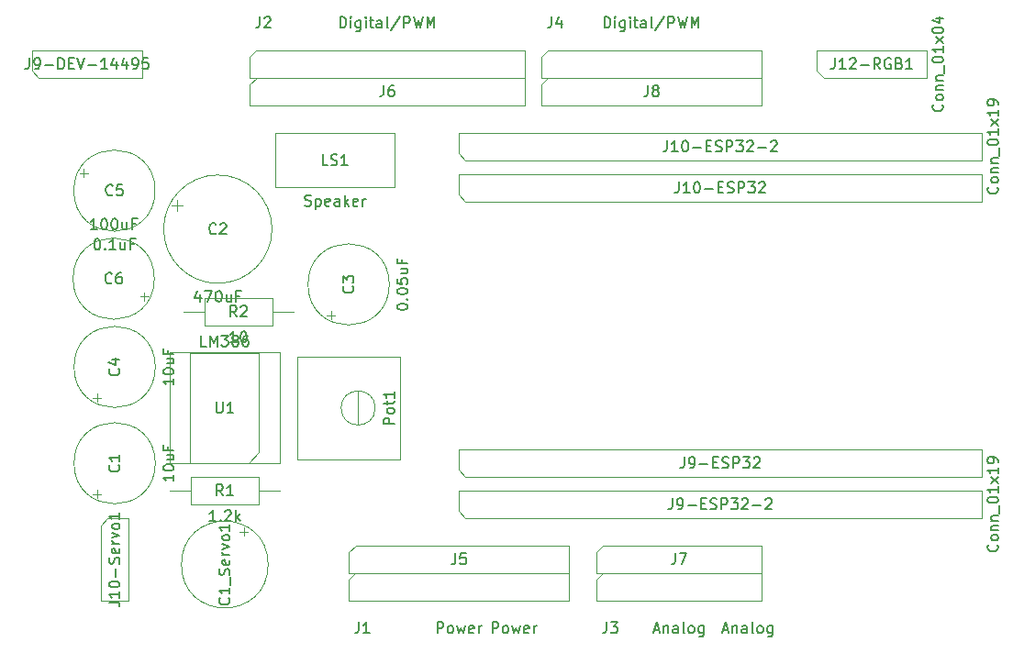
<source format=gbr>
%TF.GenerationSoftware,KiCad,Pcbnew,8.0.8*%
%TF.CreationDate,2025-03-25T01:40:29-04:00*%
%TF.ProjectId,SmartValvePCBv2,536d6172-7456-4616-9c76-655043427632,rev?*%
%TF.SameCoordinates,Original*%
%TF.FileFunction,AssemblyDrawing,Top*%
%FSLAX46Y46*%
G04 Gerber Fmt 4.6, Leading zero omitted, Abs format (unit mm)*
G04 Created by KiCad (PCBNEW 8.0.8) date 2025-03-25 01:40:29*
%MOMM*%
%LPD*%
G01*
G04 APERTURE LIST*
%ADD10C,0.150000*%
%ADD11C,0.100000*%
G04 APERTURE END LIST*
D10*
X134853809Y-101724819D02*
X134853809Y-100724819D01*
X134853809Y-100724819D02*
X135234761Y-100724819D01*
X135234761Y-100724819D02*
X135329999Y-100772438D01*
X135329999Y-100772438D02*
X135377618Y-100820057D01*
X135377618Y-100820057D02*
X135425237Y-100915295D01*
X135425237Y-100915295D02*
X135425237Y-101058152D01*
X135425237Y-101058152D02*
X135377618Y-101153390D01*
X135377618Y-101153390D02*
X135329999Y-101201009D01*
X135329999Y-101201009D02*
X135234761Y-101248628D01*
X135234761Y-101248628D02*
X134853809Y-101248628D01*
X135996666Y-101724819D02*
X135901428Y-101677200D01*
X135901428Y-101677200D02*
X135853809Y-101629580D01*
X135853809Y-101629580D02*
X135806190Y-101534342D01*
X135806190Y-101534342D02*
X135806190Y-101248628D01*
X135806190Y-101248628D02*
X135853809Y-101153390D01*
X135853809Y-101153390D02*
X135901428Y-101105771D01*
X135901428Y-101105771D02*
X135996666Y-101058152D01*
X135996666Y-101058152D02*
X136139523Y-101058152D01*
X136139523Y-101058152D02*
X136234761Y-101105771D01*
X136234761Y-101105771D02*
X136282380Y-101153390D01*
X136282380Y-101153390D02*
X136329999Y-101248628D01*
X136329999Y-101248628D02*
X136329999Y-101534342D01*
X136329999Y-101534342D02*
X136282380Y-101629580D01*
X136282380Y-101629580D02*
X136234761Y-101677200D01*
X136234761Y-101677200D02*
X136139523Y-101724819D01*
X136139523Y-101724819D02*
X135996666Y-101724819D01*
X136663333Y-101058152D02*
X136853809Y-101724819D01*
X136853809Y-101724819D02*
X137044285Y-101248628D01*
X137044285Y-101248628D02*
X137234761Y-101724819D01*
X137234761Y-101724819D02*
X137425237Y-101058152D01*
X138187142Y-101677200D02*
X138091904Y-101724819D01*
X138091904Y-101724819D02*
X137901428Y-101724819D01*
X137901428Y-101724819D02*
X137806190Y-101677200D01*
X137806190Y-101677200D02*
X137758571Y-101581961D01*
X137758571Y-101581961D02*
X137758571Y-101201009D01*
X137758571Y-101201009D02*
X137806190Y-101105771D01*
X137806190Y-101105771D02*
X137901428Y-101058152D01*
X137901428Y-101058152D02*
X138091904Y-101058152D01*
X138091904Y-101058152D02*
X138187142Y-101105771D01*
X138187142Y-101105771D02*
X138234761Y-101201009D01*
X138234761Y-101201009D02*
X138234761Y-101296247D01*
X138234761Y-101296247D02*
X137758571Y-101391485D01*
X138663333Y-101724819D02*
X138663333Y-101058152D01*
X138663333Y-101248628D02*
X138710952Y-101153390D01*
X138710952Y-101153390D02*
X138758571Y-101105771D01*
X138758571Y-101105771D02*
X138853809Y-101058152D01*
X138853809Y-101058152D02*
X138949047Y-101058152D01*
X127606666Y-100724819D02*
X127606666Y-101439104D01*
X127606666Y-101439104D02*
X127559047Y-101581961D01*
X127559047Y-101581961D02*
X127463809Y-101677200D01*
X127463809Y-101677200D02*
X127320952Y-101724819D01*
X127320952Y-101724819D02*
X127225714Y-101724819D01*
X128606666Y-101724819D02*
X128035238Y-101724819D01*
X128320952Y-101724819D02*
X128320952Y-100724819D01*
X128320952Y-100724819D02*
X128225714Y-100867676D01*
X128225714Y-100867676D02*
X128130476Y-100962914D01*
X128130476Y-100962914D02*
X128035238Y-101010533D01*
X154840476Y-101439104D02*
X155316666Y-101439104D01*
X154745238Y-101724819D02*
X155078571Y-100724819D01*
X155078571Y-100724819D02*
X155411904Y-101724819D01*
X155745238Y-101058152D02*
X155745238Y-101724819D01*
X155745238Y-101153390D02*
X155792857Y-101105771D01*
X155792857Y-101105771D02*
X155888095Y-101058152D01*
X155888095Y-101058152D02*
X156030952Y-101058152D01*
X156030952Y-101058152D02*
X156126190Y-101105771D01*
X156126190Y-101105771D02*
X156173809Y-101201009D01*
X156173809Y-101201009D02*
X156173809Y-101724819D01*
X157078571Y-101724819D02*
X157078571Y-101201009D01*
X157078571Y-101201009D02*
X157030952Y-101105771D01*
X157030952Y-101105771D02*
X156935714Y-101058152D01*
X156935714Y-101058152D02*
X156745238Y-101058152D01*
X156745238Y-101058152D02*
X156650000Y-101105771D01*
X157078571Y-101677200D02*
X156983333Y-101724819D01*
X156983333Y-101724819D02*
X156745238Y-101724819D01*
X156745238Y-101724819D02*
X156650000Y-101677200D01*
X156650000Y-101677200D02*
X156602381Y-101581961D01*
X156602381Y-101581961D02*
X156602381Y-101486723D01*
X156602381Y-101486723D02*
X156650000Y-101391485D01*
X156650000Y-101391485D02*
X156745238Y-101343866D01*
X156745238Y-101343866D02*
X156983333Y-101343866D01*
X156983333Y-101343866D02*
X157078571Y-101296247D01*
X157697619Y-101724819D02*
X157602381Y-101677200D01*
X157602381Y-101677200D02*
X157554762Y-101581961D01*
X157554762Y-101581961D02*
X157554762Y-100724819D01*
X158221429Y-101724819D02*
X158126191Y-101677200D01*
X158126191Y-101677200D02*
X158078572Y-101629580D01*
X158078572Y-101629580D02*
X158030953Y-101534342D01*
X158030953Y-101534342D02*
X158030953Y-101248628D01*
X158030953Y-101248628D02*
X158078572Y-101153390D01*
X158078572Y-101153390D02*
X158126191Y-101105771D01*
X158126191Y-101105771D02*
X158221429Y-101058152D01*
X158221429Y-101058152D02*
X158364286Y-101058152D01*
X158364286Y-101058152D02*
X158459524Y-101105771D01*
X158459524Y-101105771D02*
X158507143Y-101153390D01*
X158507143Y-101153390D02*
X158554762Y-101248628D01*
X158554762Y-101248628D02*
X158554762Y-101534342D01*
X158554762Y-101534342D02*
X158507143Y-101629580D01*
X158507143Y-101629580D02*
X158459524Y-101677200D01*
X158459524Y-101677200D02*
X158364286Y-101724819D01*
X158364286Y-101724819D02*
X158221429Y-101724819D01*
X159411905Y-101058152D02*
X159411905Y-101867676D01*
X159411905Y-101867676D02*
X159364286Y-101962914D01*
X159364286Y-101962914D02*
X159316667Y-102010533D01*
X159316667Y-102010533D02*
X159221429Y-102058152D01*
X159221429Y-102058152D02*
X159078572Y-102058152D01*
X159078572Y-102058152D02*
X158983334Y-102010533D01*
X159411905Y-101677200D02*
X159316667Y-101724819D01*
X159316667Y-101724819D02*
X159126191Y-101724819D01*
X159126191Y-101724819D02*
X159030953Y-101677200D01*
X159030953Y-101677200D02*
X158983334Y-101629580D01*
X158983334Y-101629580D02*
X158935715Y-101534342D01*
X158935715Y-101534342D02*
X158935715Y-101248628D01*
X158935715Y-101248628D02*
X158983334Y-101153390D01*
X158983334Y-101153390D02*
X159030953Y-101105771D01*
X159030953Y-101105771D02*
X159126191Y-101058152D01*
X159126191Y-101058152D02*
X159316667Y-101058152D01*
X159316667Y-101058152D02*
X159411905Y-101105771D01*
X150466666Y-100724819D02*
X150466666Y-101439104D01*
X150466666Y-101439104D02*
X150419047Y-101581961D01*
X150419047Y-101581961D02*
X150323809Y-101677200D01*
X150323809Y-101677200D02*
X150180952Y-101724819D01*
X150180952Y-101724819D02*
X150085714Y-101724819D01*
X150847619Y-100724819D02*
X151466666Y-100724819D01*
X151466666Y-100724819D02*
X151133333Y-101105771D01*
X151133333Y-101105771D02*
X151276190Y-101105771D01*
X151276190Y-101105771D02*
X151371428Y-101153390D01*
X151371428Y-101153390D02*
X151419047Y-101201009D01*
X151419047Y-101201009D02*
X151466666Y-101296247D01*
X151466666Y-101296247D02*
X151466666Y-101534342D01*
X151466666Y-101534342D02*
X151419047Y-101629580D01*
X151419047Y-101629580D02*
X151371428Y-101677200D01*
X151371428Y-101677200D02*
X151276190Y-101724819D01*
X151276190Y-101724819D02*
X150990476Y-101724819D01*
X150990476Y-101724819D02*
X150895238Y-101677200D01*
X150895238Y-101677200D02*
X150847619Y-101629580D01*
X125868857Y-45844819D02*
X125868857Y-44844819D01*
X125868857Y-44844819D02*
X126106952Y-44844819D01*
X126106952Y-44844819D02*
X126249809Y-44892438D01*
X126249809Y-44892438D02*
X126345047Y-44987676D01*
X126345047Y-44987676D02*
X126392666Y-45082914D01*
X126392666Y-45082914D02*
X126440285Y-45273390D01*
X126440285Y-45273390D02*
X126440285Y-45416247D01*
X126440285Y-45416247D02*
X126392666Y-45606723D01*
X126392666Y-45606723D02*
X126345047Y-45701961D01*
X126345047Y-45701961D02*
X126249809Y-45797200D01*
X126249809Y-45797200D02*
X126106952Y-45844819D01*
X126106952Y-45844819D02*
X125868857Y-45844819D01*
X126868857Y-45844819D02*
X126868857Y-45178152D01*
X126868857Y-44844819D02*
X126821238Y-44892438D01*
X126821238Y-44892438D02*
X126868857Y-44940057D01*
X126868857Y-44940057D02*
X126916476Y-44892438D01*
X126916476Y-44892438D02*
X126868857Y-44844819D01*
X126868857Y-44844819D02*
X126868857Y-44940057D01*
X127773618Y-45178152D02*
X127773618Y-45987676D01*
X127773618Y-45987676D02*
X127725999Y-46082914D01*
X127725999Y-46082914D02*
X127678380Y-46130533D01*
X127678380Y-46130533D02*
X127583142Y-46178152D01*
X127583142Y-46178152D02*
X127440285Y-46178152D01*
X127440285Y-46178152D02*
X127345047Y-46130533D01*
X127773618Y-45797200D02*
X127678380Y-45844819D01*
X127678380Y-45844819D02*
X127487904Y-45844819D01*
X127487904Y-45844819D02*
X127392666Y-45797200D01*
X127392666Y-45797200D02*
X127345047Y-45749580D01*
X127345047Y-45749580D02*
X127297428Y-45654342D01*
X127297428Y-45654342D02*
X127297428Y-45368628D01*
X127297428Y-45368628D02*
X127345047Y-45273390D01*
X127345047Y-45273390D02*
X127392666Y-45225771D01*
X127392666Y-45225771D02*
X127487904Y-45178152D01*
X127487904Y-45178152D02*
X127678380Y-45178152D01*
X127678380Y-45178152D02*
X127773618Y-45225771D01*
X128249809Y-45844819D02*
X128249809Y-45178152D01*
X128249809Y-44844819D02*
X128202190Y-44892438D01*
X128202190Y-44892438D02*
X128249809Y-44940057D01*
X128249809Y-44940057D02*
X128297428Y-44892438D01*
X128297428Y-44892438D02*
X128249809Y-44844819D01*
X128249809Y-44844819D02*
X128249809Y-44940057D01*
X128583142Y-45178152D02*
X128964094Y-45178152D01*
X128725999Y-44844819D02*
X128725999Y-45701961D01*
X128725999Y-45701961D02*
X128773618Y-45797200D01*
X128773618Y-45797200D02*
X128868856Y-45844819D01*
X128868856Y-45844819D02*
X128964094Y-45844819D01*
X129725999Y-45844819D02*
X129725999Y-45321009D01*
X129725999Y-45321009D02*
X129678380Y-45225771D01*
X129678380Y-45225771D02*
X129583142Y-45178152D01*
X129583142Y-45178152D02*
X129392666Y-45178152D01*
X129392666Y-45178152D02*
X129297428Y-45225771D01*
X129725999Y-45797200D02*
X129630761Y-45844819D01*
X129630761Y-45844819D02*
X129392666Y-45844819D01*
X129392666Y-45844819D02*
X129297428Y-45797200D01*
X129297428Y-45797200D02*
X129249809Y-45701961D01*
X129249809Y-45701961D02*
X129249809Y-45606723D01*
X129249809Y-45606723D02*
X129297428Y-45511485D01*
X129297428Y-45511485D02*
X129392666Y-45463866D01*
X129392666Y-45463866D02*
X129630761Y-45463866D01*
X129630761Y-45463866D02*
X129725999Y-45416247D01*
X130345047Y-45844819D02*
X130249809Y-45797200D01*
X130249809Y-45797200D02*
X130202190Y-45701961D01*
X130202190Y-45701961D02*
X130202190Y-44844819D01*
X131440285Y-44797200D02*
X130583143Y-46082914D01*
X131773619Y-45844819D02*
X131773619Y-44844819D01*
X131773619Y-44844819D02*
X132154571Y-44844819D01*
X132154571Y-44844819D02*
X132249809Y-44892438D01*
X132249809Y-44892438D02*
X132297428Y-44940057D01*
X132297428Y-44940057D02*
X132345047Y-45035295D01*
X132345047Y-45035295D02*
X132345047Y-45178152D01*
X132345047Y-45178152D02*
X132297428Y-45273390D01*
X132297428Y-45273390D02*
X132249809Y-45321009D01*
X132249809Y-45321009D02*
X132154571Y-45368628D01*
X132154571Y-45368628D02*
X131773619Y-45368628D01*
X132678381Y-44844819D02*
X132916476Y-45844819D01*
X132916476Y-45844819D02*
X133106952Y-45130533D01*
X133106952Y-45130533D02*
X133297428Y-45844819D01*
X133297428Y-45844819D02*
X133535524Y-44844819D01*
X133916476Y-45844819D02*
X133916476Y-44844819D01*
X133916476Y-44844819D02*
X134249809Y-45559104D01*
X134249809Y-45559104D02*
X134583142Y-44844819D01*
X134583142Y-44844819D02*
X134583142Y-45844819D01*
X118462666Y-44844819D02*
X118462666Y-45559104D01*
X118462666Y-45559104D02*
X118415047Y-45701961D01*
X118415047Y-45701961D02*
X118319809Y-45797200D01*
X118319809Y-45797200D02*
X118176952Y-45844819D01*
X118176952Y-45844819D02*
X118081714Y-45844819D01*
X118891238Y-44940057D02*
X118938857Y-44892438D01*
X118938857Y-44892438D02*
X119034095Y-44844819D01*
X119034095Y-44844819D02*
X119272190Y-44844819D01*
X119272190Y-44844819D02*
X119367428Y-44892438D01*
X119367428Y-44892438D02*
X119415047Y-44940057D01*
X119415047Y-44940057D02*
X119462666Y-45035295D01*
X119462666Y-45035295D02*
X119462666Y-45130533D01*
X119462666Y-45130533D02*
X119415047Y-45273390D01*
X119415047Y-45273390D02*
X118843619Y-45844819D01*
X118843619Y-45844819D02*
X119462666Y-45844819D01*
X150252857Y-45844819D02*
X150252857Y-44844819D01*
X150252857Y-44844819D02*
X150490952Y-44844819D01*
X150490952Y-44844819D02*
X150633809Y-44892438D01*
X150633809Y-44892438D02*
X150729047Y-44987676D01*
X150729047Y-44987676D02*
X150776666Y-45082914D01*
X150776666Y-45082914D02*
X150824285Y-45273390D01*
X150824285Y-45273390D02*
X150824285Y-45416247D01*
X150824285Y-45416247D02*
X150776666Y-45606723D01*
X150776666Y-45606723D02*
X150729047Y-45701961D01*
X150729047Y-45701961D02*
X150633809Y-45797200D01*
X150633809Y-45797200D02*
X150490952Y-45844819D01*
X150490952Y-45844819D02*
X150252857Y-45844819D01*
X151252857Y-45844819D02*
X151252857Y-45178152D01*
X151252857Y-44844819D02*
X151205238Y-44892438D01*
X151205238Y-44892438D02*
X151252857Y-44940057D01*
X151252857Y-44940057D02*
X151300476Y-44892438D01*
X151300476Y-44892438D02*
X151252857Y-44844819D01*
X151252857Y-44844819D02*
X151252857Y-44940057D01*
X152157618Y-45178152D02*
X152157618Y-45987676D01*
X152157618Y-45987676D02*
X152109999Y-46082914D01*
X152109999Y-46082914D02*
X152062380Y-46130533D01*
X152062380Y-46130533D02*
X151967142Y-46178152D01*
X151967142Y-46178152D02*
X151824285Y-46178152D01*
X151824285Y-46178152D02*
X151729047Y-46130533D01*
X152157618Y-45797200D02*
X152062380Y-45844819D01*
X152062380Y-45844819D02*
X151871904Y-45844819D01*
X151871904Y-45844819D02*
X151776666Y-45797200D01*
X151776666Y-45797200D02*
X151729047Y-45749580D01*
X151729047Y-45749580D02*
X151681428Y-45654342D01*
X151681428Y-45654342D02*
X151681428Y-45368628D01*
X151681428Y-45368628D02*
X151729047Y-45273390D01*
X151729047Y-45273390D02*
X151776666Y-45225771D01*
X151776666Y-45225771D02*
X151871904Y-45178152D01*
X151871904Y-45178152D02*
X152062380Y-45178152D01*
X152062380Y-45178152D02*
X152157618Y-45225771D01*
X152633809Y-45844819D02*
X152633809Y-45178152D01*
X152633809Y-44844819D02*
X152586190Y-44892438D01*
X152586190Y-44892438D02*
X152633809Y-44940057D01*
X152633809Y-44940057D02*
X152681428Y-44892438D01*
X152681428Y-44892438D02*
X152633809Y-44844819D01*
X152633809Y-44844819D02*
X152633809Y-44940057D01*
X152967142Y-45178152D02*
X153348094Y-45178152D01*
X153109999Y-44844819D02*
X153109999Y-45701961D01*
X153109999Y-45701961D02*
X153157618Y-45797200D01*
X153157618Y-45797200D02*
X153252856Y-45844819D01*
X153252856Y-45844819D02*
X153348094Y-45844819D01*
X154109999Y-45844819D02*
X154109999Y-45321009D01*
X154109999Y-45321009D02*
X154062380Y-45225771D01*
X154062380Y-45225771D02*
X153967142Y-45178152D01*
X153967142Y-45178152D02*
X153776666Y-45178152D01*
X153776666Y-45178152D02*
X153681428Y-45225771D01*
X154109999Y-45797200D02*
X154014761Y-45844819D01*
X154014761Y-45844819D02*
X153776666Y-45844819D01*
X153776666Y-45844819D02*
X153681428Y-45797200D01*
X153681428Y-45797200D02*
X153633809Y-45701961D01*
X153633809Y-45701961D02*
X153633809Y-45606723D01*
X153633809Y-45606723D02*
X153681428Y-45511485D01*
X153681428Y-45511485D02*
X153776666Y-45463866D01*
X153776666Y-45463866D02*
X154014761Y-45463866D01*
X154014761Y-45463866D02*
X154109999Y-45416247D01*
X154729047Y-45844819D02*
X154633809Y-45797200D01*
X154633809Y-45797200D02*
X154586190Y-45701961D01*
X154586190Y-45701961D02*
X154586190Y-44844819D01*
X155824285Y-44797200D02*
X154967143Y-46082914D01*
X156157619Y-45844819D02*
X156157619Y-44844819D01*
X156157619Y-44844819D02*
X156538571Y-44844819D01*
X156538571Y-44844819D02*
X156633809Y-44892438D01*
X156633809Y-44892438D02*
X156681428Y-44940057D01*
X156681428Y-44940057D02*
X156729047Y-45035295D01*
X156729047Y-45035295D02*
X156729047Y-45178152D01*
X156729047Y-45178152D02*
X156681428Y-45273390D01*
X156681428Y-45273390D02*
X156633809Y-45321009D01*
X156633809Y-45321009D02*
X156538571Y-45368628D01*
X156538571Y-45368628D02*
X156157619Y-45368628D01*
X157062381Y-44844819D02*
X157300476Y-45844819D01*
X157300476Y-45844819D02*
X157490952Y-45130533D01*
X157490952Y-45130533D02*
X157681428Y-45844819D01*
X157681428Y-45844819D02*
X157919524Y-44844819D01*
X158300476Y-45844819D02*
X158300476Y-44844819D01*
X158300476Y-44844819D02*
X158633809Y-45559104D01*
X158633809Y-45559104D02*
X158967142Y-44844819D01*
X158967142Y-44844819D02*
X158967142Y-45844819D01*
X145386666Y-44844819D02*
X145386666Y-45559104D01*
X145386666Y-45559104D02*
X145339047Y-45701961D01*
X145339047Y-45701961D02*
X145243809Y-45797200D01*
X145243809Y-45797200D02*
X145100952Y-45844819D01*
X145100952Y-45844819D02*
X145005714Y-45844819D01*
X146291428Y-45178152D02*
X146291428Y-45844819D01*
X146053333Y-44797200D02*
X145815238Y-45511485D01*
X145815238Y-45511485D02*
X146434285Y-45511485D01*
X130889819Y-82426190D02*
X129889819Y-82426190D01*
X129889819Y-82426190D02*
X129889819Y-82045238D01*
X129889819Y-82045238D02*
X129937438Y-81950000D01*
X129937438Y-81950000D02*
X129985057Y-81902381D01*
X129985057Y-81902381D02*
X130080295Y-81854762D01*
X130080295Y-81854762D02*
X130223152Y-81854762D01*
X130223152Y-81854762D02*
X130318390Y-81902381D01*
X130318390Y-81902381D02*
X130366009Y-81950000D01*
X130366009Y-81950000D02*
X130413628Y-82045238D01*
X130413628Y-82045238D02*
X130413628Y-82426190D01*
X130889819Y-81283333D02*
X130842200Y-81378571D01*
X130842200Y-81378571D02*
X130794580Y-81426190D01*
X130794580Y-81426190D02*
X130699342Y-81473809D01*
X130699342Y-81473809D02*
X130413628Y-81473809D01*
X130413628Y-81473809D02*
X130318390Y-81426190D01*
X130318390Y-81426190D02*
X130270771Y-81378571D01*
X130270771Y-81378571D02*
X130223152Y-81283333D01*
X130223152Y-81283333D02*
X130223152Y-81140476D01*
X130223152Y-81140476D02*
X130270771Y-81045238D01*
X130270771Y-81045238D02*
X130318390Y-80997619D01*
X130318390Y-80997619D02*
X130413628Y-80950000D01*
X130413628Y-80950000D02*
X130699342Y-80950000D01*
X130699342Y-80950000D02*
X130794580Y-80997619D01*
X130794580Y-80997619D02*
X130842200Y-81045238D01*
X130842200Y-81045238D02*
X130889819Y-81140476D01*
X130889819Y-81140476D02*
X130889819Y-81283333D01*
X130223152Y-80664285D02*
X130223152Y-80283333D01*
X129889819Y-80521428D02*
X130746961Y-80521428D01*
X130746961Y-80521428D02*
X130842200Y-80473809D01*
X130842200Y-80473809D02*
X130889819Y-80378571D01*
X130889819Y-80378571D02*
X130889819Y-80283333D01*
X130889819Y-79426190D02*
X130889819Y-79997618D01*
X130889819Y-79711904D02*
X129889819Y-79711904D01*
X129889819Y-79711904D02*
X130032676Y-79807142D01*
X130032676Y-79807142D02*
X130127914Y-79902380D01*
X130127914Y-79902380D02*
X130175533Y-79997618D01*
X157626666Y-85484819D02*
X157626666Y-86199104D01*
X157626666Y-86199104D02*
X157579047Y-86341961D01*
X157579047Y-86341961D02*
X157483809Y-86437200D01*
X157483809Y-86437200D02*
X157340952Y-86484819D01*
X157340952Y-86484819D02*
X157245714Y-86484819D01*
X158150476Y-86484819D02*
X158340952Y-86484819D01*
X158340952Y-86484819D02*
X158436190Y-86437200D01*
X158436190Y-86437200D02*
X158483809Y-86389580D01*
X158483809Y-86389580D02*
X158579047Y-86246723D01*
X158579047Y-86246723D02*
X158626666Y-86056247D01*
X158626666Y-86056247D02*
X158626666Y-85675295D01*
X158626666Y-85675295D02*
X158579047Y-85580057D01*
X158579047Y-85580057D02*
X158531428Y-85532438D01*
X158531428Y-85532438D02*
X158436190Y-85484819D01*
X158436190Y-85484819D02*
X158245714Y-85484819D01*
X158245714Y-85484819D02*
X158150476Y-85532438D01*
X158150476Y-85532438D02*
X158102857Y-85580057D01*
X158102857Y-85580057D02*
X158055238Y-85675295D01*
X158055238Y-85675295D02*
X158055238Y-85913390D01*
X158055238Y-85913390D02*
X158102857Y-86008628D01*
X158102857Y-86008628D02*
X158150476Y-86056247D01*
X158150476Y-86056247D02*
X158245714Y-86103866D01*
X158245714Y-86103866D02*
X158436190Y-86103866D01*
X158436190Y-86103866D02*
X158531428Y-86056247D01*
X158531428Y-86056247D02*
X158579047Y-86008628D01*
X158579047Y-86008628D02*
X158626666Y-85913390D01*
X159055238Y-86103866D02*
X159817143Y-86103866D01*
X160293333Y-85961009D02*
X160626666Y-85961009D01*
X160769523Y-86484819D02*
X160293333Y-86484819D01*
X160293333Y-86484819D02*
X160293333Y-85484819D01*
X160293333Y-85484819D02*
X160769523Y-85484819D01*
X161150476Y-86437200D02*
X161293333Y-86484819D01*
X161293333Y-86484819D02*
X161531428Y-86484819D01*
X161531428Y-86484819D02*
X161626666Y-86437200D01*
X161626666Y-86437200D02*
X161674285Y-86389580D01*
X161674285Y-86389580D02*
X161721904Y-86294342D01*
X161721904Y-86294342D02*
X161721904Y-86199104D01*
X161721904Y-86199104D02*
X161674285Y-86103866D01*
X161674285Y-86103866D02*
X161626666Y-86056247D01*
X161626666Y-86056247D02*
X161531428Y-86008628D01*
X161531428Y-86008628D02*
X161340952Y-85961009D01*
X161340952Y-85961009D02*
X161245714Y-85913390D01*
X161245714Y-85913390D02*
X161198095Y-85865771D01*
X161198095Y-85865771D02*
X161150476Y-85770533D01*
X161150476Y-85770533D02*
X161150476Y-85675295D01*
X161150476Y-85675295D02*
X161198095Y-85580057D01*
X161198095Y-85580057D02*
X161245714Y-85532438D01*
X161245714Y-85532438D02*
X161340952Y-85484819D01*
X161340952Y-85484819D02*
X161579047Y-85484819D01*
X161579047Y-85484819D02*
X161721904Y-85532438D01*
X162150476Y-86484819D02*
X162150476Y-85484819D01*
X162150476Y-85484819D02*
X162531428Y-85484819D01*
X162531428Y-85484819D02*
X162626666Y-85532438D01*
X162626666Y-85532438D02*
X162674285Y-85580057D01*
X162674285Y-85580057D02*
X162721904Y-85675295D01*
X162721904Y-85675295D02*
X162721904Y-85818152D01*
X162721904Y-85818152D02*
X162674285Y-85913390D01*
X162674285Y-85913390D02*
X162626666Y-85961009D01*
X162626666Y-85961009D02*
X162531428Y-86008628D01*
X162531428Y-86008628D02*
X162150476Y-86008628D01*
X163055238Y-85484819D02*
X163674285Y-85484819D01*
X163674285Y-85484819D02*
X163340952Y-85865771D01*
X163340952Y-85865771D02*
X163483809Y-85865771D01*
X163483809Y-85865771D02*
X163579047Y-85913390D01*
X163579047Y-85913390D02*
X163626666Y-85961009D01*
X163626666Y-85961009D02*
X163674285Y-86056247D01*
X163674285Y-86056247D02*
X163674285Y-86294342D01*
X163674285Y-86294342D02*
X163626666Y-86389580D01*
X163626666Y-86389580D02*
X163579047Y-86437200D01*
X163579047Y-86437200D02*
X163483809Y-86484819D01*
X163483809Y-86484819D02*
X163198095Y-86484819D01*
X163198095Y-86484819D02*
X163102857Y-86437200D01*
X163102857Y-86437200D02*
X163055238Y-86389580D01*
X164055238Y-85580057D02*
X164102857Y-85532438D01*
X164102857Y-85532438D02*
X164198095Y-85484819D01*
X164198095Y-85484819D02*
X164436190Y-85484819D01*
X164436190Y-85484819D02*
X164531428Y-85532438D01*
X164531428Y-85532438D02*
X164579047Y-85580057D01*
X164579047Y-85580057D02*
X164626666Y-85675295D01*
X164626666Y-85675295D02*
X164626666Y-85770533D01*
X164626666Y-85770533D02*
X164579047Y-85913390D01*
X164579047Y-85913390D02*
X164007619Y-86484819D01*
X164007619Y-86484819D02*
X164626666Y-86484819D01*
X103417143Y-65338819D02*
X103512381Y-65338819D01*
X103512381Y-65338819D02*
X103607619Y-65386438D01*
X103607619Y-65386438D02*
X103655238Y-65434057D01*
X103655238Y-65434057D02*
X103702857Y-65529295D01*
X103702857Y-65529295D02*
X103750476Y-65719771D01*
X103750476Y-65719771D02*
X103750476Y-65957866D01*
X103750476Y-65957866D02*
X103702857Y-66148342D01*
X103702857Y-66148342D02*
X103655238Y-66243580D01*
X103655238Y-66243580D02*
X103607619Y-66291200D01*
X103607619Y-66291200D02*
X103512381Y-66338819D01*
X103512381Y-66338819D02*
X103417143Y-66338819D01*
X103417143Y-66338819D02*
X103321905Y-66291200D01*
X103321905Y-66291200D02*
X103274286Y-66243580D01*
X103274286Y-66243580D02*
X103226667Y-66148342D01*
X103226667Y-66148342D02*
X103179048Y-65957866D01*
X103179048Y-65957866D02*
X103179048Y-65719771D01*
X103179048Y-65719771D02*
X103226667Y-65529295D01*
X103226667Y-65529295D02*
X103274286Y-65434057D01*
X103274286Y-65434057D02*
X103321905Y-65386438D01*
X103321905Y-65386438D02*
X103417143Y-65338819D01*
X104179048Y-66243580D02*
X104226667Y-66291200D01*
X104226667Y-66291200D02*
X104179048Y-66338819D01*
X104179048Y-66338819D02*
X104131429Y-66291200D01*
X104131429Y-66291200D02*
X104179048Y-66243580D01*
X104179048Y-66243580D02*
X104179048Y-66338819D01*
X105179047Y-66338819D02*
X104607619Y-66338819D01*
X104893333Y-66338819D02*
X104893333Y-65338819D01*
X104893333Y-65338819D02*
X104798095Y-65481676D01*
X104798095Y-65481676D02*
X104702857Y-65576914D01*
X104702857Y-65576914D02*
X104607619Y-65624533D01*
X106036190Y-65672152D02*
X106036190Y-66338819D01*
X105607619Y-65672152D02*
X105607619Y-66195961D01*
X105607619Y-66195961D02*
X105655238Y-66291200D01*
X105655238Y-66291200D02*
X105750476Y-66338819D01*
X105750476Y-66338819D02*
X105893333Y-66338819D01*
X105893333Y-66338819D02*
X105988571Y-66291200D01*
X105988571Y-66291200D02*
X106036190Y-66243580D01*
X106845714Y-65815009D02*
X106512381Y-65815009D01*
X106512381Y-66338819D02*
X106512381Y-65338819D01*
X106512381Y-65338819D02*
X106988571Y-65338819D01*
X104893333Y-61243580D02*
X104845714Y-61291200D01*
X104845714Y-61291200D02*
X104702857Y-61338819D01*
X104702857Y-61338819D02*
X104607619Y-61338819D01*
X104607619Y-61338819D02*
X104464762Y-61291200D01*
X104464762Y-61291200D02*
X104369524Y-61195961D01*
X104369524Y-61195961D02*
X104321905Y-61100723D01*
X104321905Y-61100723D02*
X104274286Y-60910247D01*
X104274286Y-60910247D02*
X104274286Y-60767390D01*
X104274286Y-60767390D02*
X104321905Y-60576914D01*
X104321905Y-60576914D02*
X104369524Y-60481676D01*
X104369524Y-60481676D02*
X104464762Y-60386438D01*
X104464762Y-60386438D02*
X104607619Y-60338819D01*
X104607619Y-60338819D02*
X104702857Y-60338819D01*
X104702857Y-60338819D02*
X104845714Y-60386438D01*
X104845714Y-60386438D02*
X104893333Y-60434057D01*
X105798095Y-60338819D02*
X105321905Y-60338819D01*
X105321905Y-60338819D02*
X105274286Y-60815009D01*
X105274286Y-60815009D02*
X105321905Y-60767390D01*
X105321905Y-60767390D02*
X105417143Y-60719771D01*
X105417143Y-60719771D02*
X105655238Y-60719771D01*
X105655238Y-60719771D02*
X105750476Y-60767390D01*
X105750476Y-60767390D02*
X105798095Y-60815009D01*
X105798095Y-60815009D02*
X105845714Y-60910247D01*
X105845714Y-60910247D02*
X105845714Y-61148342D01*
X105845714Y-61148342D02*
X105798095Y-61243580D01*
X105798095Y-61243580D02*
X105750476Y-61291200D01*
X105750476Y-61291200D02*
X105655238Y-61338819D01*
X105655238Y-61338819D02*
X105417143Y-61338819D01*
X105417143Y-61338819D02*
X105321905Y-61291200D01*
X105321905Y-61291200D02*
X105274286Y-61243580D01*
X186509580Y-60558095D02*
X186557200Y-60605714D01*
X186557200Y-60605714D02*
X186604819Y-60748571D01*
X186604819Y-60748571D02*
X186604819Y-60843809D01*
X186604819Y-60843809D02*
X186557200Y-60986666D01*
X186557200Y-60986666D02*
X186461961Y-61081904D01*
X186461961Y-61081904D02*
X186366723Y-61129523D01*
X186366723Y-61129523D02*
X186176247Y-61177142D01*
X186176247Y-61177142D02*
X186033390Y-61177142D01*
X186033390Y-61177142D02*
X185842914Y-61129523D01*
X185842914Y-61129523D02*
X185747676Y-61081904D01*
X185747676Y-61081904D02*
X185652438Y-60986666D01*
X185652438Y-60986666D02*
X185604819Y-60843809D01*
X185604819Y-60843809D02*
X185604819Y-60748571D01*
X185604819Y-60748571D02*
X185652438Y-60605714D01*
X185652438Y-60605714D02*
X185700057Y-60558095D01*
X186604819Y-59986666D02*
X186557200Y-60081904D01*
X186557200Y-60081904D02*
X186509580Y-60129523D01*
X186509580Y-60129523D02*
X186414342Y-60177142D01*
X186414342Y-60177142D02*
X186128628Y-60177142D01*
X186128628Y-60177142D02*
X186033390Y-60129523D01*
X186033390Y-60129523D02*
X185985771Y-60081904D01*
X185985771Y-60081904D02*
X185938152Y-59986666D01*
X185938152Y-59986666D02*
X185938152Y-59843809D01*
X185938152Y-59843809D02*
X185985771Y-59748571D01*
X185985771Y-59748571D02*
X186033390Y-59700952D01*
X186033390Y-59700952D02*
X186128628Y-59653333D01*
X186128628Y-59653333D02*
X186414342Y-59653333D01*
X186414342Y-59653333D02*
X186509580Y-59700952D01*
X186509580Y-59700952D02*
X186557200Y-59748571D01*
X186557200Y-59748571D02*
X186604819Y-59843809D01*
X186604819Y-59843809D02*
X186604819Y-59986666D01*
X185938152Y-59224761D02*
X186604819Y-59224761D01*
X186033390Y-59224761D02*
X185985771Y-59177142D01*
X185985771Y-59177142D02*
X185938152Y-59081904D01*
X185938152Y-59081904D02*
X185938152Y-58939047D01*
X185938152Y-58939047D02*
X185985771Y-58843809D01*
X185985771Y-58843809D02*
X186081009Y-58796190D01*
X186081009Y-58796190D02*
X186604819Y-58796190D01*
X185938152Y-58319999D02*
X186604819Y-58319999D01*
X186033390Y-58319999D02*
X185985771Y-58272380D01*
X185985771Y-58272380D02*
X185938152Y-58177142D01*
X185938152Y-58177142D02*
X185938152Y-58034285D01*
X185938152Y-58034285D02*
X185985771Y-57939047D01*
X185985771Y-57939047D02*
X186081009Y-57891428D01*
X186081009Y-57891428D02*
X186604819Y-57891428D01*
X186700057Y-57653333D02*
X186700057Y-56891428D01*
X185604819Y-56462856D02*
X185604819Y-56367618D01*
X185604819Y-56367618D02*
X185652438Y-56272380D01*
X185652438Y-56272380D02*
X185700057Y-56224761D01*
X185700057Y-56224761D02*
X185795295Y-56177142D01*
X185795295Y-56177142D02*
X185985771Y-56129523D01*
X185985771Y-56129523D02*
X186223866Y-56129523D01*
X186223866Y-56129523D02*
X186414342Y-56177142D01*
X186414342Y-56177142D02*
X186509580Y-56224761D01*
X186509580Y-56224761D02*
X186557200Y-56272380D01*
X186557200Y-56272380D02*
X186604819Y-56367618D01*
X186604819Y-56367618D02*
X186604819Y-56462856D01*
X186604819Y-56462856D02*
X186557200Y-56558094D01*
X186557200Y-56558094D02*
X186509580Y-56605713D01*
X186509580Y-56605713D02*
X186414342Y-56653332D01*
X186414342Y-56653332D02*
X186223866Y-56700951D01*
X186223866Y-56700951D02*
X185985771Y-56700951D01*
X185985771Y-56700951D02*
X185795295Y-56653332D01*
X185795295Y-56653332D02*
X185700057Y-56605713D01*
X185700057Y-56605713D02*
X185652438Y-56558094D01*
X185652438Y-56558094D02*
X185604819Y-56462856D01*
X186604819Y-55177142D02*
X186604819Y-55748570D01*
X186604819Y-55462856D02*
X185604819Y-55462856D01*
X185604819Y-55462856D02*
X185747676Y-55558094D01*
X185747676Y-55558094D02*
X185842914Y-55653332D01*
X185842914Y-55653332D02*
X185890533Y-55748570D01*
X186604819Y-54843808D02*
X185938152Y-54319999D01*
X185938152Y-54843808D02*
X186604819Y-54319999D01*
X186604819Y-53415237D02*
X186604819Y-53986665D01*
X186604819Y-53700951D02*
X185604819Y-53700951D01*
X185604819Y-53700951D02*
X185747676Y-53796189D01*
X185747676Y-53796189D02*
X185842914Y-53891427D01*
X185842914Y-53891427D02*
X185890533Y-53986665D01*
X186604819Y-52939046D02*
X186604819Y-52748570D01*
X186604819Y-52748570D02*
X186557200Y-52653332D01*
X186557200Y-52653332D02*
X186509580Y-52605713D01*
X186509580Y-52605713D02*
X186366723Y-52510475D01*
X186366723Y-52510475D02*
X186176247Y-52462856D01*
X186176247Y-52462856D02*
X185795295Y-52462856D01*
X185795295Y-52462856D02*
X185700057Y-52510475D01*
X185700057Y-52510475D02*
X185652438Y-52558094D01*
X185652438Y-52558094D02*
X185604819Y-52653332D01*
X185604819Y-52653332D02*
X185604819Y-52843808D01*
X185604819Y-52843808D02*
X185652438Y-52939046D01*
X185652438Y-52939046D02*
X185700057Y-52986665D01*
X185700057Y-52986665D02*
X185795295Y-53034284D01*
X185795295Y-53034284D02*
X186033390Y-53034284D01*
X186033390Y-53034284D02*
X186128628Y-52986665D01*
X186128628Y-52986665D02*
X186176247Y-52939046D01*
X186176247Y-52939046D02*
X186223866Y-52843808D01*
X186223866Y-52843808D02*
X186223866Y-52653332D01*
X186223866Y-52653332D02*
X186176247Y-52558094D01*
X186176247Y-52558094D02*
X186128628Y-52510475D01*
X186128628Y-52510475D02*
X186033390Y-52462856D01*
X156055238Y-56274819D02*
X156055238Y-56989104D01*
X156055238Y-56989104D02*
X156007619Y-57131961D01*
X156007619Y-57131961D02*
X155912381Y-57227200D01*
X155912381Y-57227200D02*
X155769524Y-57274819D01*
X155769524Y-57274819D02*
X155674286Y-57274819D01*
X157055238Y-57274819D02*
X156483810Y-57274819D01*
X156769524Y-57274819D02*
X156769524Y-56274819D01*
X156769524Y-56274819D02*
X156674286Y-56417676D01*
X156674286Y-56417676D02*
X156579048Y-56512914D01*
X156579048Y-56512914D02*
X156483810Y-56560533D01*
X157674286Y-56274819D02*
X157769524Y-56274819D01*
X157769524Y-56274819D02*
X157864762Y-56322438D01*
X157864762Y-56322438D02*
X157912381Y-56370057D01*
X157912381Y-56370057D02*
X157960000Y-56465295D01*
X157960000Y-56465295D02*
X158007619Y-56655771D01*
X158007619Y-56655771D02*
X158007619Y-56893866D01*
X158007619Y-56893866D02*
X157960000Y-57084342D01*
X157960000Y-57084342D02*
X157912381Y-57179580D01*
X157912381Y-57179580D02*
X157864762Y-57227200D01*
X157864762Y-57227200D02*
X157769524Y-57274819D01*
X157769524Y-57274819D02*
X157674286Y-57274819D01*
X157674286Y-57274819D02*
X157579048Y-57227200D01*
X157579048Y-57227200D02*
X157531429Y-57179580D01*
X157531429Y-57179580D02*
X157483810Y-57084342D01*
X157483810Y-57084342D02*
X157436191Y-56893866D01*
X157436191Y-56893866D02*
X157436191Y-56655771D01*
X157436191Y-56655771D02*
X157483810Y-56465295D01*
X157483810Y-56465295D02*
X157531429Y-56370057D01*
X157531429Y-56370057D02*
X157579048Y-56322438D01*
X157579048Y-56322438D02*
X157674286Y-56274819D01*
X158436191Y-56893866D02*
X159198096Y-56893866D01*
X159674286Y-56751009D02*
X160007619Y-56751009D01*
X160150476Y-57274819D02*
X159674286Y-57274819D01*
X159674286Y-57274819D02*
X159674286Y-56274819D01*
X159674286Y-56274819D02*
X160150476Y-56274819D01*
X160531429Y-57227200D02*
X160674286Y-57274819D01*
X160674286Y-57274819D02*
X160912381Y-57274819D01*
X160912381Y-57274819D02*
X161007619Y-57227200D01*
X161007619Y-57227200D02*
X161055238Y-57179580D01*
X161055238Y-57179580D02*
X161102857Y-57084342D01*
X161102857Y-57084342D02*
X161102857Y-56989104D01*
X161102857Y-56989104D02*
X161055238Y-56893866D01*
X161055238Y-56893866D02*
X161007619Y-56846247D01*
X161007619Y-56846247D02*
X160912381Y-56798628D01*
X160912381Y-56798628D02*
X160721905Y-56751009D01*
X160721905Y-56751009D02*
X160626667Y-56703390D01*
X160626667Y-56703390D02*
X160579048Y-56655771D01*
X160579048Y-56655771D02*
X160531429Y-56560533D01*
X160531429Y-56560533D02*
X160531429Y-56465295D01*
X160531429Y-56465295D02*
X160579048Y-56370057D01*
X160579048Y-56370057D02*
X160626667Y-56322438D01*
X160626667Y-56322438D02*
X160721905Y-56274819D01*
X160721905Y-56274819D02*
X160960000Y-56274819D01*
X160960000Y-56274819D02*
X161102857Y-56322438D01*
X161531429Y-57274819D02*
X161531429Y-56274819D01*
X161531429Y-56274819D02*
X161912381Y-56274819D01*
X161912381Y-56274819D02*
X162007619Y-56322438D01*
X162007619Y-56322438D02*
X162055238Y-56370057D01*
X162055238Y-56370057D02*
X162102857Y-56465295D01*
X162102857Y-56465295D02*
X162102857Y-56608152D01*
X162102857Y-56608152D02*
X162055238Y-56703390D01*
X162055238Y-56703390D02*
X162007619Y-56751009D01*
X162007619Y-56751009D02*
X161912381Y-56798628D01*
X161912381Y-56798628D02*
X161531429Y-56798628D01*
X162436191Y-56274819D02*
X163055238Y-56274819D01*
X163055238Y-56274819D02*
X162721905Y-56655771D01*
X162721905Y-56655771D02*
X162864762Y-56655771D01*
X162864762Y-56655771D02*
X162960000Y-56703390D01*
X162960000Y-56703390D02*
X163007619Y-56751009D01*
X163007619Y-56751009D02*
X163055238Y-56846247D01*
X163055238Y-56846247D02*
X163055238Y-57084342D01*
X163055238Y-57084342D02*
X163007619Y-57179580D01*
X163007619Y-57179580D02*
X162960000Y-57227200D01*
X162960000Y-57227200D02*
X162864762Y-57274819D01*
X162864762Y-57274819D02*
X162579048Y-57274819D01*
X162579048Y-57274819D02*
X162483810Y-57227200D01*
X162483810Y-57227200D02*
X162436191Y-57179580D01*
X163436191Y-56370057D02*
X163483810Y-56322438D01*
X163483810Y-56322438D02*
X163579048Y-56274819D01*
X163579048Y-56274819D02*
X163817143Y-56274819D01*
X163817143Y-56274819D02*
X163912381Y-56322438D01*
X163912381Y-56322438D02*
X163960000Y-56370057D01*
X163960000Y-56370057D02*
X164007619Y-56465295D01*
X164007619Y-56465295D02*
X164007619Y-56560533D01*
X164007619Y-56560533D02*
X163960000Y-56703390D01*
X163960000Y-56703390D02*
X163388572Y-57274819D01*
X163388572Y-57274819D02*
X164007619Y-57274819D01*
X164436191Y-56893866D02*
X165198096Y-56893866D01*
X165626667Y-56370057D02*
X165674286Y-56322438D01*
X165674286Y-56322438D02*
X165769524Y-56274819D01*
X165769524Y-56274819D02*
X166007619Y-56274819D01*
X166007619Y-56274819D02*
X166102857Y-56322438D01*
X166102857Y-56322438D02*
X166150476Y-56370057D01*
X166150476Y-56370057D02*
X166198095Y-56465295D01*
X166198095Y-56465295D02*
X166198095Y-56560533D01*
X166198095Y-56560533D02*
X166150476Y-56703390D01*
X166150476Y-56703390D02*
X165579048Y-57274819D01*
X165579048Y-57274819D02*
X166198095Y-57274819D01*
X131124819Y-71659047D02*
X131124819Y-71563809D01*
X131124819Y-71563809D02*
X131172438Y-71468571D01*
X131172438Y-71468571D02*
X131220057Y-71420952D01*
X131220057Y-71420952D02*
X131315295Y-71373333D01*
X131315295Y-71373333D02*
X131505771Y-71325714D01*
X131505771Y-71325714D02*
X131743866Y-71325714D01*
X131743866Y-71325714D02*
X131934342Y-71373333D01*
X131934342Y-71373333D02*
X132029580Y-71420952D01*
X132029580Y-71420952D02*
X132077200Y-71468571D01*
X132077200Y-71468571D02*
X132124819Y-71563809D01*
X132124819Y-71563809D02*
X132124819Y-71659047D01*
X132124819Y-71659047D02*
X132077200Y-71754285D01*
X132077200Y-71754285D02*
X132029580Y-71801904D01*
X132029580Y-71801904D02*
X131934342Y-71849523D01*
X131934342Y-71849523D02*
X131743866Y-71897142D01*
X131743866Y-71897142D02*
X131505771Y-71897142D01*
X131505771Y-71897142D02*
X131315295Y-71849523D01*
X131315295Y-71849523D02*
X131220057Y-71801904D01*
X131220057Y-71801904D02*
X131172438Y-71754285D01*
X131172438Y-71754285D02*
X131124819Y-71659047D01*
X132029580Y-70897142D02*
X132077200Y-70849523D01*
X132077200Y-70849523D02*
X132124819Y-70897142D01*
X132124819Y-70897142D02*
X132077200Y-70944761D01*
X132077200Y-70944761D02*
X132029580Y-70897142D01*
X132029580Y-70897142D02*
X132124819Y-70897142D01*
X131124819Y-70230476D02*
X131124819Y-70135238D01*
X131124819Y-70135238D02*
X131172438Y-70040000D01*
X131172438Y-70040000D02*
X131220057Y-69992381D01*
X131220057Y-69992381D02*
X131315295Y-69944762D01*
X131315295Y-69944762D02*
X131505771Y-69897143D01*
X131505771Y-69897143D02*
X131743866Y-69897143D01*
X131743866Y-69897143D02*
X131934342Y-69944762D01*
X131934342Y-69944762D02*
X132029580Y-69992381D01*
X132029580Y-69992381D02*
X132077200Y-70040000D01*
X132077200Y-70040000D02*
X132124819Y-70135238D01*
X132124819Y-70135238D02*
X132124819Y-70230476D01*
X132124819Y-70230476D02*
X132077200Y-70325714D01*
X132077200Y-70325714D02*
X132029580Y-70373333D01*
X132029580Y-70373333D02*
X131934342Y-70420952D01*
X131934342Y-70420952D02*
X131743866Y-70468571D01*
X131743866Y-70468571D02*
X131505771Y-70468571D01*
X131505771Y-70468571D02*
X131315295Y-70420952D01*
X131315295Y-70420952D02*
X131220057Y-70373333D01*
X131220057Y-70373333D02*
X131172438Y-70325714D01*
X131172438Y-70325714D02*
X131124819Y-70230476D01*
X131124819Y-68992381D02*
X131124819Y-69468571D01*
X131124819Y-69468571D02*
X131601009Y-69516190D01*
X131601009Y-69516190D02*
X131553390Y-69468571D01*
X131553390Y-69468571D02*
X131505771Y-69373333D01*
X131505771Y-69373333D02*
X131505771Y-69135238D01*
X131505771Y-69135238D02*
X131553390Y-69040000D01*
X131553390Y-69040000D02*
X131601009Y-68992381D01*
X131601009Y-68992381D02*
X131696247Y-68944762D01*
X131696247Y-68944762D02*
X131934342Y-68944762D01*
X131934342Y-68944762D02*
X132029580Y-68992381D01*
X132029580Y-68992381D02*
X132077200Y-69040000D01*
X132077200Y-69040000D02*
X132124819Y-69135238D01*
X132124819Y-69135238D02*
X132124819Y-69373333D01*
X132124819Y-69373333D02*
X132077200Y-69468571D01*
X132077200Y-69468571D02*
X132029580Y-69516190D01*
X131458152Y-68087619D02*
X132124819Y-68087619D01*
X131458152Y-68516190D02*
X131981961Y-68516190D01*
X131981961Y-68516190D02*
X132077200Y-68468571D01*
X132077200Y-68468571D02*
X132124819Y-68373333D01*
X132124819Y-68373333D02*
X132124819Y-68230476D01*
X132124819Y-68230476D02*
X132077200Y-68135238D01*
X132077200Y-68135238D02*
X132029580Y-68087619D01*
X131601009Y-67278095D02*
X131601009Y-67611428D01*
X132124819Y-67611428D02*
X131124819Y-67611428D01*
X131124819Y-67611428D02*
X131124819Y-67135238D01*
X127029580Y-69706666D02*
X127077200Y-69754285D01*
X127077200Y-69754285D02*
X127124819Y-69897142D01*
X127124819Y-69897142D02*
X127124819Y-69992380D01*
X127124819Y-69992380D02*
X127077200Y-70135237D01*
X127077200Y-70135237D02*
X126981961Y-70230475D01*
X126981961Y-70230475D02*
X126886723Y-70278094D01*
X126886723Y-70278094D02*
X126696247Y-70325713D01*
X126696247Y-70325713D02*
X126553390Y-70325713D01*
X126553390Y-70325713D02*
X126362914Y-70278094D01*
X126362914Y-70278094D02*
X126267676Y-70230475D01*
X126267676Y-70230475D02*
X126172438Y-70135237D01*
X126172438Y-70135237D02*
X126124819Y-69992380D01*
X126124819Y-69992380D02*
X126124819Y-69897142D01*
X126124819Y-69897142D02*
X126172438Y-69754285D01*
X126172438Y-69754285D02*
X126220057Y-69706666D01*
X126124819Y-69373332D02*
X126124819Y-68754285D01*
X126124819Y-68754285D02*
X126505771Y-69087618D01*
X126505771Y-69087618D02*
X126505771Y-68944761D01*
X126505771Y-68944761D02*
X126553390Y-68849523D01*
X126553390Y-68849523D02*
X126601009Y-68801904D01*
X126601009Y-68801904D02*
X126696247Y-68754285D01*
X126696247Y-68754285D02*
X126934342Y-68754285D01*
X126934342Y-68754285D02*
X127029580Y-68801904D01*
X127029580Y-68801904D02*
X127077200Y-68849523D01*
X127077200Y-68849523D02*
X127124819Y-68944761D01*
X127124819Y-68944761D02*
X127124819Y-69230475D01*
X127124819Y-69230475D02*
X127077200Y-69325713D01*
X127077200Y-69325713D02*
X127029580Y-69373332D01*
X104534819Y-98887381D02*
X105249104Y-98887381D01*
X105249104Y-98887381D02*
X105391961Y-98935000D01*
X105391961Y-98935000D02*
X105487200Y-99030238D01*
X105487200Y-99030238D02*
X105534819Y-99173095D01*
X105534819Y-99173095D02*
X105534819Y-99268333D01*
X105534819Y-97887381D02*
X105534819Y-98458809D01*
X105534819Y-98173095D02*
X104534819Y-98173095D01*
X104534819Y-98173095D02*
X104677676Y-98268333D01*
X104677676Y-98268333D02*
X104772914Y-98363571D01*
X104772914Y-98363571D02*
X104820533Y-98458809D01*
X104534819Y-97268333D02*
X104534819Y-97173095D01*
X104534819Y-97173095D02*
X104582438Y-97077857D01*
X104582438Y-97077857D02*
X104630057Y-97030238D01*
X104630057Y-97030238D02*
X104725295Y-96982619D01*
X104725295Y-96982619D02*
X104915771Y-96935000D01*
X104915771Y-96935000D02*
X105153866Y-96935000D01*
X105153866Y-96935000D02*
X105344342Y-96982619D01*
X105344342Y-96982619D02*
X105439580Y-97030238D01*
X105439580Y-97030238D02*
X105487200Y-97077857D01*
X105487200Y-97077857D02*
X105534819Y-97173095D01*
X105534819Y-97173095D02*
X105534819Y-97268333D01*
X105534819Y-97268333D02*
X105487200Y-97363571D01*
X105487200Y-97363571D02*
X105439580Y-97411190D01*
X105439580Y-97411190D02*
X105344342Y-97458809D01*
X105344342Y-97458809D02*
X105153866Y-97506428D01*
X105153866Y-97506428D02*
X104915771Y-97506428D01*
X104915771Y-97506428D02*
X104725295Y-97458809D01*
X104725295Y-97458809D02*
X104630057Y-97411190D01*
X104630057Y-97411190D02*
X104582438Y-97363571D01*
X104582438Y-97363571D02*
X104534819Y-97268333D01*
X105153866Y-96506428D02*
X105153866Y-95744524D01*
X105487200Y-95315952D02*
X105534819Y-95173095D01*
X105534819Y-95173095D02*
X105534819Y-94935000D01*
X105534819Y-94935000D02*
X105487200Y-94839762D01*
X105487200Y-94839762D02*
X105439580Y-94792143D01*
X105439580Y-94792143D02*
X105344342Y-94744524D01*
X105344342Y-94744524D02*
X105249104Y-94744524D01*
X105249104Y-94744524D02*
X105153866Y-94792143D01*
X105153866Y-94792143D02*
X105106247Y-94839762D01*
X105106247Y-94839762D02*
X105058628Y-94935000D01*
X105058628Y-94935000D02*
X105011009Y-95125476D01*
X105011009Y-95125476D02*
X104963390Y-95220714D01*
X104963390Y-95220714D02*
X104915771Y-95268333D01*
X104915771Y-95268333D02*
X104820533Y-95315952D01*
X104820533Y-95315952D02*
X104725295Y-95315952D01*
X104725295Y-95315952D02*
X104630057Y-95268333D01*
X104630057Y-95268333D02*
X104582438Y-95220714D01*
X104582438Y-95220714D02*
X104534819Y-95125476D01*
X104534819Y-95125476D02*
X104534819Y-94887381D01*
X104534819Y-94887381D02*
X104582438Y-94744524D01*
X105487200Y-93935000D02*
X105534819Y-94030238D01*
X105534819Y-94030238D02*
X105534819Y-94220714D01*
X105534819Y-94220714D02*
X105487200Y-94315952D01*
X105487200Y-94315952D02*
X105391961Y-94363571D01*
X105391961Y-94363571D02*
X105011009Y-94363571D01*
X105011009Y-94363571D02*
X104915771Y-94315952D01*
X104915771Y-94315952D02*
X104868152Y-94220714D01*
X104868152Y-94220714D02*
X104868152Y-94030238D01*
X104868152Y-94030238D02*
X104915771Y-93935000D01*
X104915771Y-93935000D02*
X105011009Y-93887381D01*
X105011009Y-93887381D02*
X105106247Y-93887381D01*
X105106247Y-93887381D02*
X105201485Y-94363571D01*
X105534819Y-93458809D02*
X104868152Y-93458809D01*
X105058628Y-93458809D02*
X104963390Y-93411190D01*
X104963390Y-93411190D02*
X104915771Y-93363571D01*
X104915771Y-93363571D02*
X104868152Y-93268333D01*
X104868152Y-93268333D02*
X104868152Y-93173095D01*
X104868152Y-92934999D02*
X105534819Y-92696904D01*
X105534819Y-92696904D02*
X104868152Y-92458809D01*
X105534819Y-91934999D02*
X105487200Y-92030237D01*
X105487200Y-92030237D02*
X105439580Y-92077856D01*
X105439580Y-92077856D02*
X105344342Y-92125475D01*
X105344342Y-92125475D02*
X105058628Y-92125475D01*
X105058628Y-92125475D02*
X104963390Y-92077856D01*
X104963390Y-92077856D02*
X104915771Y-92030237D01*
X104915771Y-92030237D02*
X104868152Y-91934999D01*
X104868152Y-91934999D02*
X104868152Y-91792142D01*
X104868152Y-91792142D02*
X104915771Y-91696904D01*
X104915771Y-91696904D02*
X104963390Y-91649285D01*
X104963390Y-91649285D02*
X105058628Y-91601666D01*
X105058628Y-91601666D02*
X105344342Y-91601666D01*
X105344342Y-91601666D02*
X105439580Y-91649285D01*
X105439580Y-91649285D02*
X105487200Y-91696904D01*
X105487200Y-91696904D02*
X105534819Y-91792142D01*
X105534819Y-91792142D02*
X105534819Y-91934999D01*
X105534819Y-90649285D02*
X105534819Y-91220713D01*
X105534819Y-90934999D02*
X104534819Y-90934999D01*
X104534819Y-90934999D02*
X104677676Y-91030237D01*
X104677676Y-91030237D02*
X104772914Y-91125475D01*
X104772914Y-91125475D02*
X104820533Y-91220713D01*
X97206666Y-48654819D02*
X97206666Y-49369104D01*
X97206666Y-49369104D02*
X97159047Y-49511961D01*
X97159047Y-49511961D02*
X97063809Y-49607200D01*
X97063809Y-49607200D02*
X96920952Y-49654819D01*
X96920952Y-49654819D02*
X96825714Y-49654819D01*
X97730476Y-49654819D02*
X97920952Y-49654819D01*
X97920952Y-49654819D02*
X98016190Y-49607200D01*
X98016190Y-49607200D02*
X98063809Y-49559580D01*
X98063809Y-49559580D02*
X98159047Y-49416723D01*
X98159047Y-49416723D02*
X98206666Y-49226247D01*
X98206666Y-49226247D02*
X98206666Y-48845295D01*
X98206666Y-48845295D02*
X98159047Y-48750057D01*
X98159047Y-48750057D02*
X98111428Y-48702438D01*
X98111428Y-48702438D02*
X98016190Y-48654819D01*
X98016190Y-48654819D02*
X97825714Y-48654819D01*
X97825714Y-48654819D02*
X97730476Y-48702438D01*
X97730476Y-48702438D02*
X97682857Y-48750057D01*
X97682857Y-48750057D02*
X97635238Y-48845295D01*
X97635238Y-48845295D02*
X97635238Y-49083390D01*
X97635238Y-49083390D02*
X97682857Y-49178628D01*
X97682857Y-49178628D02*
X97730476Y-49226247D01*
X97730476Y-49226247D02*
X97825714Y-49273866D01*
X97825714Y-49273866D02*
X98016190Y-49273866D01*
X98016190Y-49273866D02*
X98111428Y-49226247D01*
X98111428Y-49226247D02*
X98159047Y-49178628D01*
X98159047Y-49178628D02*
X98206666Y-49083390D01*
X98635238Y-49273866D02*
X99397143Y-49273866D01*
X99873333Y-49654819D02*
X99873333Y-48654819D01*
X99873333Y-48654819D02*
X100111428Y-48654819D01*
X100111428Y-48654819D02*
X100254285Y-48702438D01*
X100254285Y-48702438D02*
X100349523Y-48797676D01*
X100349523Y-48797676D02*
X100397142Y-48892914D01*
X100397142Y-48892914D02*
X100444761Y-49083390D01*
X100444761Y-49083390D02*
X100444761Y-49226247D01*
X100444761Y-49226247D02*
X100397142Y-49416723D01*
X100397142Y-49416723D02*
X100349523Y-49511961D01*
X100349523Y-49511961D02*
X100254285Y-49607200D01*
X100254285Y-49607200D02*
X100111428Y-49654819D01*
X100111428Y-49654819D02*
X99873333Y-49654819D01*
X100873333Y-49131009D02*
X101206666Y-49131009D01*
X101349523Y-49654819D02*
X100873333Y-49654819D01*
X100873333Y-49654819D02*
X100873333Y-48654819D01*
X100873333Y-48654819D02*
X101349523Y-48654819D01*
X101635238Y-48654819D02*
X101968571Y-49654819D01*
X101968571Y-49654819D02*
X102301904Y-48654819D01*
X102635238Y-49273866D02*
X103397143Y-49273866D01*
X104397142Y-49654819D02*
X103825714Y-49654819D01*
X104111428Y-49654819D02*
X104111428Y-48654819D01*
X104111428Y-48654819D02*
X104016190Y-48797676D01*
X104016190Y-48797676D02*
X103920952Y-48892914D01*
X103920952Y-48892914D02*
X103825714Y-48940533D01*
X105254285Y-48988152D02*
X105254285Y-49654819D01*
X105016190Y-48607200D02*
X104778095Y-49321485D01*
X104778095Y-49321485D02*
X105397142Y-49321485D01*
X106206666Y-48988152D02*
X106206666Y-49654819D01*
X105968571Y-48607200D02*
X105730476Y-49321485D01*
X105730476Y-49321485D02*
X106349523Y-49321485D01*
X106778095Y-49654819D02*
X106968571Y-49654819D01*
X106968571Y-49654819D02*
X107063809Y-49607200D01*
X107063809Y-49607200D02*
X107111428Y-49559580D01*
X107111428Y-49559580D02*
X107206666Y-49416723D01*
X107206666Y-49416723D02*
X107254285Y-49226247D01*
X107254285Y-49226247D02*
X107254285Y-48845295D01*
X107254285Y-48845295D02*
X107206666Y-48750057D01*
X107206666Y-48750057D02*
X107159047Y-48702438D01*
X107159047Y-48702438D02*
X107063809Y-48654819D01*
X107063809Y-48654819D02*
X106873333Y-48654819D01*
X106873333Y-48654819D02*
X106778095Y-48702438D01*
X106778095Y-48702438D02*
X106730476Y-48750057D01*
X106730476Y-48750057D02*
X106682857Y-48845295D01*
X106682857Y-48845295D02*
X106682857Y-49083390D01*
X106682857Y-49083390D02*
X106730476Y-49178628D01*
X106730476Y-49178628D02*
X106778095Y-49226247D01*
X106778095Y-49226247D02*
X106873333Y-49273866D01*
X106873333Y-49273866D02*
X107063809Y-49273866D01*
X107063809Y-49273866D02*
X107159047Y-49226247D01*
X107159047Y-49226247D02*
X107206666Y-49178628D01*
X107206666Y-49178628D02*
X107254285Y-49083390D01*
X108159047Y-48654819D02*
X107682857Y-48654819D01*
X107682857Y-48654819D02*
X107635238Y-49131009D01*
X107635238Y-49131009D02*
X107682857Y-49083390D01*
X107682857Y-49083390D02*
X107778095Y-49035771D01*
X107778095Y-49035771D02*
X108016190Y-49035771D01*
X108016190Y-49035771D02*
X108111428Y-49083390D01*
X108111428Y-49083390D02*
X108159047Y-49131009D01*
X108159047Y-49131009D02*
X108206666Y-49226247D01*
X108206666Y-49226247D02*
X108206666Y-49464342D01*
X108206666Y-49464342D02*
X108159047Y-49559580D01*
X108159047Y-49559580D02*
X108111428Y-49607200D01*
X108111428Y-49607200D02*
X108016190Y-49654819D01*
X108016190Y-49654819D02*
X107778095Y-49654819D01*
X107778095Y-49654819D02*
X107682857Y-49607200D01*
X107682857Y-49607200D02*
X107635238Y-49559580D01*
X157150476Y-60084819D02*
X157150476Y-60799104D01*
X157150476Y-60799104D02*
X157102857Y-60941961D01*
X157102857Y-60941961D02*
X157007619Y-61037200D01*
X157007619Y-61037200D02*
X156864762Y-61084819D01*
X156864762Y-61084819D02*
X156769524Y-61084819D01*
X158150476Y-61084819D02*
X157579048Y-61084819D01*
X157864762Y-61084819D02*
X157864762Y-60084819D01*
X157864762Y-60084819D02*
X157769524Y-60227676D01*
X157769524Y-60227676D02*
X157674286Y-60322914D01*
X157674286Y-60322914D02*
X157579048Y-60370533D01*
X158769524Y-60084819D02*
X158864762Y-60084819D01*
X158864762Y-60084819D02*
X158960000Y-60132438D01*
X158960000Y-60132438D02*
X159007619Y-60180057D01*
X159007619Y-60180057D02*
X159055238Y-60275295D01*
X159055238Y-60275295D02*
X159102857Y-60465771D01*
X159102857Y-60465771D02*
X159102857Y-60703866D01*
X159102857Y-60703866D02*
X159055238Y-60894342D01*
X159055238Y-60894342D02*
X159007619Y-60989580D01*
X159007619Y-60989580D02*
X158960000Y-61037200D01*
X158960000Y-61037200D02*
X158864762Y-61084819D01*
X158864762Y-61084819D02*
X158769524Y-61084819D01*
X158769524Y-61084819D02*
X158674286Y-61037200D01*
X158674286Y-61037200D02*
X158626667Y-60989580D01*
X158626667Y-60989580D02*
X158579048Y-60894342D01*
X158579048Y-60894342D02*
X158531429Y-60703866D01*
X158531429Y-60703866D02*
X158531429Y-60465771D01*
X158531429Y-60465771D02*
X158579048Y-60275295D01*
X158579048Y-60275295D02*
X158626667Y-60180057D01*
X158626667Y-60180057D02*
X158674286Y-60132438D01*
X158674286Y-60132438D02*
X158769524Y-60084819D01*
X159531429Y-60703866D02*
X160293334Y-60703866D01*
X160769524Y-60561009D02*
X161102857Y-60561009D01*
X161245714Y-61084819D02*
X160769524Y-61084819D01*
X160769524Y-61084819D02*
X160769524Y-60084819D01*
X160769524Y-60084819D02*
X161245714Y-60084819D01*
X161626667Y-61037200D02*
X161769524Y-61084819D01*
X161769524Y-61084819D02*
X162007619Y-61084819D01*
X162007619Y-61084819D02*
X162102857Y-61037200D01*
X162102857Y-61037200D02*
X162150476Y-60989580D01*
X162150476Y-60989580D02*
X162198095Y-60894342D01*
X162198095Y-60894342D02*
X162198095Y-60799104D01*
X162198095Y-60799104D02*
X162150476Y-60703866D01*
X162150476Y-60703866D02*
X162102857Y-60656247D01*
X162102857Y-60656247D02*
X162007619Y-60608628D01*
X162007619Y-60608628D02*
X161817143Y-60561009D01*
X161817143Y-60561009D02*
X161721905Y-60513390D01*
X161721905Y-60513390D02*
X161674286Y-60465771D01*
X161674286Y-60465771D02*
X161626667Y-60370533D01*
X161626667Y-60370533D02*
X161626667Y-60275295D01*
X161626667Y-60275295D02*
X161674286Y-60180057D01*
X161674286Y-60180057D02*
X161721905Y-60132438D01*
X161721905Y-60132438D02*
X161817143Y-60084819D01*
X161817143Y-60084819D02*
X162055238Y-60084819D01*
X162055238Y-60084819D02*
X162198095Y-60132438D01*
X162626667Y-61084819D02*
X162626667Y-60084819D01*
X162626667Y-60084819D02*
X163007619Y-60084819D01*
X163007619Y-60084819D02*
X163102857Y-60132438D01*
X163102857Y-60132438D02*
X163150476Y-60180057D01*
X163150476Y-60180057D02*
X163198095Y-60275295D01*
X163198095Y-60275295D02*
X163198095Y-60418152D01*
X163198095Y-60418152D02*
X163150476Y-60513390D01*
X163150476Y-60513390D02*
X163102857Y-60561009D01*
X163102857Y-60561009D02*
X163007619Y-60608628D01*
X163007619Y-60608628D02*
X162626667Y-60608628D01*
X163531429Y-60084819D02*
X164150476Y-60084819D01*
X164150476Y-60084819D02*
X163817143Y-60465771D01*
X163817143Y-60465771D02*
X163960000Y-60465771D01*
X163960000Y-60465771D02*
X164055238Y-60513390D01*
X164055238Y-60513390D02*
X164102857Y-60561009D01*
X164102857Y-60561009D02*
X164150476Y-60656247D01*
X164150476Y-60656247D02*
X164150476Y-60894342D01*
X164150476Y-60894342D02*
X164102857Y-60989580D01*
X164102857Y-60989580D02*
X164055238Y-61037200D01*
X164055238Y-61037200D02*
X163960000Y-61084819D01*
X163960000Y-61084819D02*
X163674286Y-61084819D01*
X163674286Y-61084819D02*
X163579048Y-61037200D01*
X163579048Y-61037200D02*
X163531429Y-60989580D01*
X164531429Y-60180057D02*
X164579048Y-60132438D01*
X164579048Y-60132438D02*
X164674286Y-60084819D01*
X164674286Y-60084819D02*
X164912381Y-60084819D01*
X164912381Y-60084819D02*
X165007619Y-60132438D01*
X165007619Y-60132438D02*
X165055238Y-60180057D01*
X165055238Y-60180057D02*
X165102857Y-60275295D01*
X165102857Y-60275295D02*
X165102857Y-60370533D01*
X165102857Y-60370533D02*
X165055238Y-60513390D01*
X165055238Y-60513390D02*
X164483810Y-61084819D01*
X164483810Y-61084819D02*
X165102857Y-61084819D01*
X103443775Y-64466819D02*
X102872347Y-64466819D01*
X103158061Y-64466819D02*
X103158061Y-63466819D01*
X103158061Y-63466819D02*
X103062823Y-63609676D01*
X103062823Y-63609676D02*
X102967585Y-63704914D01*
X102967585Y-63704914D02*
X102872347Y-63752533D01*
X104062823Y-63466819D02*
X104158061Y-63466819D01*
X104158061Y-63466819D02*
X104253299Y-63514438D01*
X104253299Y-63514438D02*
X104300918Y-63562057D01*
X104300918Y-63562057D02*
X104348537Y-63657295D01*
X104348537Y-63657295D02*
X104396156Y-63847771D01*
X104396156Y-63847771D02*
X104396156Y-64085866D01*
X104396156Y-64085866D02*
X104348537Y-64276342D01*
X104348537Y-64276342D02*
X104300918Y-64371580D01*
X104300918Y-64371580D02*
X104253299Y-64419200D01*
X104253299Y-64419200D02*
X104158061Y-64466819D01*
X104158061Y-64466819D02*
X104062823Y-64466819D01*
X104062823Y-64466819D02*
X103967585Y-64419200D01*
X103967585Y-64419200D02*
X103919966Y-64371580D01*
X103919966Y-64371580D02*
X103872347Y-64276342D01*
X103872347Y-64276342D02*
X103824728Y-64085866D01*
X103824728Y-64085866D02*
X103824728Y-63847771D01*
X103824728Y-63847771D02*
X103872347Y-63657295D01*
X103872347Y-63657295D02*
X103919966Y-63562057D01*
X103919966Y-63562057D02*
X103967585Y-63514438D01*
X103967585Y-63514438D02*
X104062823Y-63466819D01*
X105015204Y-63466819D02*
X105110442Y-63466819D01*
X105110442Y-63466819D02*
X105205680Y-63514438D01*
X105205680Y-63514438D02*
X105253299Y-63562057D01*
X105253299Y-63562057D02*
X105300918Y-63657295D01*
X105300918Y-63657295D02*
X105348537Y-63847771D01*
X105348537Y-63847771D02*
X105348537Y-64085866D01*
X105348537Y-64085866D02*
X105300918Y-64276342D01*
X105300918Y-64276342D02*
X105253299Y-64371580D01*
X105253299Y-64371580D02*
X105205680Y-64419200D01*
X105205680Y-64419200D02*
X105110442Y-64466819D01*
X105110442Y-64466819D02*
X105015204Y-64466819D01*
X105015204Y-64466819D02*
X104919966Y-64419200D01*
X104919966Y-64419200D02*
X104872347Y-64371580D01*
X104872347Y-64371580D02*
X104824728Y-64276342D01*
X104824728Y-64276342D02*
X104777109Y-64085866D01*
X104777109Y-64085866D02*
X104777109Y-63847771D01*
X104777109Y-63847771D02*
X104824728Y-63657295D01*
X104824728Y-63657295D02*
X104872347Y-63562057D01*
X104872347Y-63562057D02*
X104919966Y-63514438D01*
X104919966Y-63514438D02*
X105015204Y-63466819D01*
X106205680Y-63800152D02*
X106205680Y-64466819D01*
X105777109Y-63800152D02*
X105777109Y-64323961D01*
X105777109Y-64323961D02*
X105824728Y-64419200D01*
X105824728Y-64419200D02*
X105919966Y-64466819D01*
X105919966Y-64466819D02*
X106062823Y-64466819D01*
X106062823Y-64466819D02*
X106158061Y-64419200D01*
X106158061Y-64419200D02*
X106205680Y-64371580D01*
X107015204Y-63943009D02*
X106681871Y-63943009D01*
X106681871Y-64466819D02*
X106681871Y-63466819D01*
X106681871Y-63466819D02*
X107158061Y-63466819D01*
X104824728Y-69371580D02*
X104777109Y-69419200D01*
X104777109Y-69419200D02*
X104634252Y-69466819D01*
X104634252Y-69466819D02*
X104539014Y-69466819D01*
X104539014Y-69466819D02*
X104396157Y-69419200D01*
X104396157Y-69419200D02*
X104300919Y-69323961D01*
X104300919Y-69323961D02*
X104253300Y-69228723D01*
X104253300Y-69228723D02*
X104205681Y-69038247D01*
X104205681Y-69038247D02*
X104205681Y-68895390D01*
X104205681Y-68895390D02*
X104253300Y-68704914D01*
X104253300Y-68704914D02*
X104300919Y-68609676D01*
X104300919Y-68609676D02*
X104396157Y-68514438D01*
X104396157Y-68514438D02*
X104539014Y-68466819D01*
X104539014Y-68466819D02*
X104634252Y-68466819D01*
X104634252Y-68466819D02*
X104777109Y-68514438D01*
X104777109Y-68514438D02*
X104824728Y-68562057D01*
X105681871Y-68466819D02*
X105491395Y-68466819D01*
X105491395Y-68466819D02*
X105396157Y-68514438D01*
X105396157Y-68514438D02*
X105348538Y-68562057D01*
X105348538Y-68562057D02*
X105253300Y-68704914D01*
X105253300Y-68704914D02*
X105205681Y-68895390D01*
X105205681Y-68895390D02*
X105205681Y-69276342D01*
X105205681Y-69276342D02*
X105253300Y-69371580D01*
X105253300Y-69371580D02*
X105300919Y-69419200D01*
X105300919Y-69419200D02*
X105396157Y-69466819D01*
X105396157Y-69466819D02*
X105586633Y-69466819D01*
X105586633Y-69466819D02*
X105681871Y-69419200D01*
X105681871Y-69419200D02*
X105729490Y-69371580D01*
X105729490Y-69371580D02*
X105777109Y-69276342D01*
X105777109Y-69276342D02*
X105777109Y-69038247D01*
X105777109Y-69038247D02*
X105729490Y-68943009D01*
X105729490Y-68943009D02*
X105681871Y-68895390D01*
X105681871Y-68895390D02*
X105586633Y-68847771D01*
X105586633Y-68847771D02*
X105396157Y-68847771D01*
X105396157Y-68847771D02*
X105300919Y-68895390D01*
X105300919Y-68895390D02*
X105253300Y-68943009D01*
X105253300Y-68943009D02*
X105205681Y-69038247D01*
X181439580Y-52938095D02*
X181487200Y-52985714D01*
X181487200Y-52985714D02*
X181534819Y-53128571D01*
X181534819Y-53128571D02*
X181534819Y-53223809D01*
X181534819Y-53223809D02*
X181487200Y-53366666D01*
X181487200Y-53366666D02*
X181391961Y-53461904D01*
X181391961Y-53461904D02*
X181296723Y-53509523D01*
X181296723Y-53509523D02*
X181106247Y-53557142D01*
X181106247Y-53557142D02*
X180963390Y-53557142D01*
X180963390Y-53557142D02*
X180772914Y-53509523D01*
X180772914Y-53509523D02*
X180677676Y-53461904D01*
X180677676Y-53461904D02*
X180582438Y-53366666D01*
X180582438Y-53366666D02*
X180534819Y-53223809D01*
X180534819Y-53223809D02*
X180534819Y-53128571D01*
X180534819Y-53128571D02*
X180582438Y-52985714D01*
X180582438Y-52985714D02*
X180630057Y-52938095D01*
X181534819Y-52366666D02*
X181487200Y-52461904D01*
X181487200Y-52461904D02*
X181439580Y-52509523D01*
X181439580Y-52509523D02*
X181344342Y-52557142D01*
X181344342Y-52557142D02*
X181058628Y-52557142D01*
X181058628Y-52557142D02*
X180963390Y-52509523D01*
X180963390Y-52509523D02*
X180915771Y-52461904D01*
X180915771Y-52461904D02*
X180868152Y-52366666D01*
X180868152Y-52366666D02*
X180868152Y-52223809D01*
X180868152Y-52223809D02*
X180915771Y-52128571D01*
X180915771Y-52128571D02*
X180963390Y-52080952D01*
X180963390Y-52080952D02*
X181058628Y-52033333D01*
X181058628Y-52033333D02*
X181344342Y-52033333D01*
X181344342Y-52033333D02*
X181439580Y-52080952D01*
X181439580Y-52080952D02*
X181487200Y-52128571D01*
X181487200Y-52128571D02*
X181534819Y-52223809D01*
X181534819Y-52223809D02*
X181534819Y-52366666D01*
X180868152Y-51604761D02*
X181534819Y-51604761D01*
X180963390Y-51604761D02*
X180915771Y-51557142D01*
X180915771Y-51557142D02*
X180868152Y-51461904D01*
X180868152Y-51461904D02*
X180868152Y-51319047D01*
X180868152Y-51319047D02*
X180915771Y-51223809D01*
X180915771Y-51223809D02*
X181011009Y-51176190D01*
X181011009Y-51176190D02*
X181534819Y-51176190D01*
X180868152Y-50699999D02*
X181534819Y-50699999D01*
X180963390Y-50699999D02*
X180915771Y-50652380D01*
X180915771Y-50652380D02*
X180868152Y-50557142D01*
X180868152Y-50557142D02*
X180868152Y-50414285D01*
X180868152Y-50414285D02*
X180915771Y-50319047D01*
X180915771Y-50319047D02*
X181011009Y-50271428D01*
X181011009Y-50271428D02*
X181534819Y-50271428D01*
X181630057Y-50033333D02*
X181630057Y-49271428D01*
X180534819Y-48842856D02*
X180534819Y-48747618D01*
X180534819Y-48747618D02*
X180582438Y-48652380D01*
X180582438Y-48652380D02*
X180630057Y-48604761D01*
X180630057Y-48604761D02*
X180725295Y-48557142D01*
X180725295Y-48557142D02*
X180915771Y-48509523D01*
X180915771Y-48509523D02*
X181153866Y-48509523D01*
X181153866Y-48509523D02*
X181344342Y-48557142D01*
X181344342Y-48557142D02*
X181439580Y-48604761D01*
X181439580Y-48604761D02*
X181487200Y-48652380D01*
X181487200Y-48652380D02*
X181534819Y-48747618D01*
X181534819Y-48747618D02*
X181534819Y-48842856D01*
X181534819Y-48842856D02*
X181487200Y-48938094D01*
X181487200Y-48938094D02*
X181439580Y-48985713D01*
X181439580Y-48985713D02*
X181344342Y-49033332D01*
X181344342Y-49033332D02*
X181153866Y-49080951D01*
X181153866Y-49080951D02*
X180915771Y-49080951D01*
X180915771Y-49080951D02*
X180725295Y-49033332D01*
X180725295Y-49033332D02*
X180630057Y-48985713D01*
X180630057Y-48985713D02*
X180582438Y-48938094D01*
X180582438Y-48938094D02*
X180534819Y-48842856D01*
X181534819Y-47557142D02*
X181534819Y-48128570D01*
X181534819Y-47842856D02*
X180534819Y-47842856D01*
X180534819Y-47842856D02*
X180677676Y-47938094D01*
X180677676Y-47938094D02*
X180772914Y-48033332D01*
X180772914Y-48033332D02*
X180820533Y-48128570D01*
X181534819Y-47223808D02*
X180868152Y-46699999D01*
X180868152Y-47223808D02*
X181534819Y-46699999D01*
X180534819Y-46128570D02*
X180534819Y-46033332D01*
X180534819Y-46033332D02*
X180582438Y-45938094D01*
X180582438Y-45938094D02*
X180630057Y-45890475D01*
X180630057Y-45890475D02*
X180725295Y-45842856D01*
X180725295Y-45842856D02*
X180915771Y-45795237D01*
X180915771Y-45795237D02*
X181153866Y-45795237D01*
X181153866Y-45795237D02*
X181344342Y-45842856D01*
X181344342Y-45842856D02*
X181439580Y-45890475D01*
X181439580Y-45890475D02*
X181487200Y-45938094D01*
X181487200Y-45938094D02*
X181534819Y-46033332D01*
X181534819Y-46033332D02*
X181534819Y-46128570D01*
X181534819Y-46128570D02*
X181487200Y-46223808D01*
X181487200Y-46223808D02*
X181439580Y-46271427D01*
X181439580Y-46271427D02*
X181344342Y-46319046D01*
X181344342Y-46319046D02*
X181153866Y-46366665D01*
X181153866Y-46366665D02*
X180915771Y-46366665D01*
X180915771Y-46366665D02*
X180725295Y-46319046D01*
X180725295Y-46319046D02*
X180630057Y-46271427D01*
X180630057Y-46271427D02*
X180582438Y-46223808D01*
X180582438Y-46223808D02*
X180534819Y-46128570D01*
X180868152Y-44938094D02*
X181534819Y-44938094D01*
X180487200Y-45176189D02*
X181201485Y-45414284D01*
X181201485Y-45414284D02*
X181201485Y-44795237D01*
X171535238Y-48654819D02*
X171535238Y-49369104D01*
X171535238Y-49369104D02*
X171487619Y-49511961D01*
X171487619Y-49511961D02*
X171392381Y-49607200D01*
X171392381Y-49607200D02*
X171249524Y-49654819D01*
X171249524Y-49654819D02*
X171154286Y-49654819D01*
X172535238Y-49654819D02*
X171963810Y-49654819D01*
X172249524Y-49654819D02*
X172249524Y-48654819D01*
X172249524Y-48654819D02*
X172154286Y-48797676D01*
X172154286Y-48797676D02*
X172059048Y-48892914D01*
X172059048Y-48892914D02*
X171963810Y-48940533D01*
X172916191Y-48750057D02*
X172963810Y-48702438D01*
X172963810Y-48702438D02*
X173059048Y-48654819D01*
X173059048Y-48654819D02*
X173297143Y-48654819D01*
X173297143Y-48654819D02*
X173392381Y-48702438D01*
X173392381Y-48702438D02*
X173440000Y-48750057D01*
X173440000Y-48750057D02*
X173487619Y-48845295D01*
X173487619Y-48845295D02*
X173487619Y-48940533D01*
X173487619Y-48940533D02*
X173440000Y-49083390D01*
X173440000Y-49083390D02*
X172868572Y-49654819D01*
X172868572Y-49654819D02*
X173487619Y-49654819D01*
X173916191Y-49273866D02*
X174678096Y-49273866D01*
X175725714Y-49654819D02*
X175392381Y-49178628D01*
X175154286Y-49654819D02*
X175154286Y-48654819D01*
X175154286Y-48654819D02*
X175535238Y-48654819D01*
X175535238Y-48654819D02*
X175630476Y-48702438D01*
X175630476Y-48702438D02*
X175678095Y-48750057D01*
X175678095Y-48750057D02*
X175725714Y-48845295D01*
X175725714Y-48845295D02*
X175725714Y-48988152D01*
X175725714Y-48988152D02*
X175678095Y-49083390D01*
X175678095Y-49083390D02*
X175630476Y-49131009D01*
X175630476Y-49131009D02*
X175535238Y-49178628D01*
X175535238Y-49178628D02*
X175154286Y-49178628D01*
X176678095Y-48702438D02*
X176582857Y-48654819D01*
X176582857Y-48654819D02*
X176440000Y-48654819D01*
X176440000Y-48654819D02*
X176297143Y-48702438D01*
X176297143Y-48702438D02*
X176201905Y-48797676D01*
X176201905Y-48797676D02*
X176154286Y-48892914D01*
X176154286Y-48892914D02*
X176106667Y-49083390D01*
X176106667Y-49083390D02*
X176106667Y-49226247D01*
X176106667Y-49226247D02*
X176154286Y-49416723D01*
X176154286Y-49416723D02*
X176201905Y-49511961D01*
X176201905Y-49511961D02*
X176297143Y-49607200D01*
X176297143Y-49607200D02*
X176440000Y-49654819D01*
X176440000Y-49654819D02*
X176535238Y-49654819D01*
X176535238Y-49654819D02*
X176678095Y-49607200D01*
X176678095Y-49607200D02*
X176725714Y-49559580D01*
X176725714Y-49559580D02*
X176725714Y-49226247D01*
X176725714Y-49226247D02*
X176535238Y-49226247D01*
X177487619Y-49131009D02*
X177630476Y-49178628D01*
X177630476Y-49178628D02*
X177678095Y-49226247D01*
X177678095Y-49226247D02*
X177725714Y-49321485D01*
X177725714Y-49321485D02*
X177725714Y-49464342D01*
X177725714Y-49464342D02*
X177678095Y-49559580D01*
X177678095Y-49559580D02*
X177630476Y-49607200D01*
X177630476Y-49607200D02*
X177535238Y-49654819D01*
X177535238Y-49654819D02*
X177154286Y-49654819D01*
X177154286Y-49654819D02*
X177154286Y-48654819D01*
X177154286Y-48654819D02*
X177487619Y-48654819D01*
X177487619Y-48654819D02*
X177582857Y-48702438D01*
X177582857Y-48702438D02*
X177630476Y-48750057D01*
X177630476Y-48750057D02*
X177678095Y-48845295D01*
X177678095Y-48845295D02*
X177678095Y-48940533D01*
X177678095Y-48940533D02*
X177630476Y-49035771D01*
X177630476Y-49035771D02*
X177582857Y-49083390D01*
X177582857Y-49083390D02*
X177487619Y-49131009D01*
X177487619Y-49131009D02*
X177154286Y-49131009D01*
X178678095Y-49654819D02*
X178106667Y-49654819D01*
X178392381Y-49654819D02*
X178392381Y-48654819D01*
X178392381Y-48654819D02*
X178297143Y-48797676D01*
X178297143Y-48797676D02*
X178201905Y-48892914D01*
X178201905Y-48892914D02*
X178106667Y-48940533D01*
X114406666Y-91394819D02*
X113835238Y-91394819D01*
X114120952Y-91394819D02*
X114120952Y-90394819D01*
X114120952Y-90394819D02*
X114025714Y-90537676D01*
X114025714Y-90537676D02*
X113930476Y-90632914D01*
X113930476Y-90632914D02*
X113835238Y-90680533D01*
X114835238Y-91299580D02*
X114882857Y-91347200D01*
X114882857Y-91347200D02*
X114835238Y-91394819D01*
X114835238Y-91394819D02*
X114787619Y-91347200D01*
X114787619Y-91347200D02*
X114835238Y-91299580D01*
X114835238Y-91299580D02*
X114835238Y-91394819D01*
X115263809Y-90490057D02*
X115311428Y-90442438D01*
X115311428Y-90442438D02*
X115406666Y-90394819D01*
X115406666Y-90394819D02*
X115644761Y-90394819D01*
X115644761Y-90394819D02*
X115739999Y-90442438D01*
X115739999Y-90442438D02*
X115787618Y-90490057D01*
X115787618Y-90490057D02*
X115835237Y-90585295D01*
X115835237Y-90585295D02*
X115835237Y-90680533D01*
X115835237Y-90680533D02*
X115787618Y-90823390D01*
X115787618Y-90823390D02*
X115216190Y-91394819D01*
X115216190Y-91394819D02*
X115835237Y-91394819D01*
X116263809Y-91394819D02*
X116263809Y-90394819D01*
X116359047Y-91013866D02*
X116644761Y-91394819D01*
X116644761Y-90728152D02*
X116263809Y-91109104D01*
X115073333Y-89024819D02*
X114740000Y-88548628D01*
X114501905Y-89024819D02*
X114501905Y-88024819D01*
X114501905Y-88024819D02*
X114882857Y-88024819D01*
X114882857Y-88024819D02*
X114978095Y-88072438D01*
X114978095Y-88072438D02*
X115025714Y-88120057D01*
X115025714Y-88120057D02*
X115073333Y-88215295D01*
X115073333Y-88215295D02*
X115073333Y-88358152D01*
X115073333Y-88358152D02*
X115025714Y-88453390D01*
X115025714Y-88453390D02*
X114978095Y-88501009D01*
X114978095Y-88501009D02*
X114882857Y-88548628D01*
X114882857Y-88548628D02*
X114501905Y-88548628D01*
X116025714Y-89024819D02*
X115454286Y-89024819D01*
X115740000Y-89024819D02*
X115740000Y-88024819D01*
X115740000Y-88024819D02*
X115644762Y-88167676D01*
X115644762Y-88167676D02*
X115549524Y-88262914D01*
X115549524Y-88262914D02*
X115454286Y-88310533D01*
X154276666Y-51194819D02*
X154276666Y-51909104D01*
X154276666Y-51909104D02*
X154229047Y-52051961D01*
X154229047Y-52051961D02*
X154133809Y-52147200D01*
X154133809Y-52147200D02*
X153990952Y-52194819D01*
X153990952Y-52194819D02*
X153895714Y-52194819D01*
X154895714Y-51623390D02*
X154800476Y-51575771D01*
X154800476Y-51575771D02*
X154752857Y-51528152D01*
X154752857Y-51528152D02*
X154705238Y-51432914D01*
X154705238Y-51432914D02*
X154705238Y-51385295D01*
X154705238Y-51385295D02*
X154752857Y-51290057D01*
X154752857Y-51290057D02*
X154800476Y-51242438D01*
X154800476Y-51242438D02*
X154895714Y-51194819D01*
X154895714Y-51194819D02*
X155086190Y-51194819D01*
X155086190Y-51194819D02*
X155181428Y-51242438D01*
X155181428Y-51242438D02*
X155229047Y-51290057D01*
X155229047Y-51290057D02*
X155276666Y-51385295D01*
X155276666Y-51385295D02*
X155276666Y-51432914D01*
X155276666Y-51432914D02*
X155229047Y-51528152D01*
X155229047Y-51528152D02*
X155181428Y-51575771D01*
X155181428Y-51575771D02*
X155086190Y-51623390D01*
X155086190Y-51623390D02*
X154895714Y-51623390D01*
X154895714Y-51623390D02*
X154800476Y-51671009D01*
X154800476Y-51671009D02*
X154752857Y-51718628D01*
X154752857Y-51718628D02*
X154705238Y-51813866D01*
X154705238Y-51813866D02*
X154705238Y-52004342D01*
X154705238Y-52004342D02*
X154752857Y-52099580D01*
X154752857Y-52099580D02*
X154800476Y-52147200D01*
X154800476Y-52147200D02*
X154895714Y-52194819D01*
X154895714Y-52194819D02*
X155086190Y-52194819D01*
X155086190Y-52194819D02*
X155181428Y-52147200D01*
X155181428Y-52147200D02*
X155229047Y-52099580D01*
X155229047Y-52099580D02*
X155276666Y-52004342D01*
X155276666Y-52004342D02*
X155276666Y-51813866D01*
X155276666Y-51813866D02*
X155229047Y-51718628D01*
X155229047Y-51718628D02*
X155181428Y-51671009D01*
X155181428Y-51671009D02*
X155086190Y-51623390D01*
X110534819Y-78231428D02*
X110534819Y-78802856D01*
X110534819Y-78517142D02*
X109534819Y-78517142D01*
X109534819Y-78517142D02*
X109677676Y-78612380D01*
X109677676Y-78612380D02*
X109772914Y-78707618D01*
X109772914Y-78707618D02*
X109820533Y-78802856D01*
X109534819Y-77612380D02*
X109534819Y-77517142D01*
X109534819Y-77517142D02*
X109582438Y-77421904D01*
X109582438Y-77421904D02*
X109630057Y-77374285D01*
X109630057Y-77374285D02*
X109725295Y-77326666D01*
X109725295Y-77326666D02*
X109915771Y-77279047D01*
X109915771Y-77279047D02*
X110153866Y-77279047D01*
X110153866Y-77279047D02*
X110344342Y-77326666D01*
X110344342Y-77326666D02*
X110439580Y-77374285D01*
X110439580Y-77374285D02*
X110487200Y-77421904D01*
X110487200Y-77421904D02*
X110534819Y-77517142D01*
X110534819Y-77517142D02*
X110534819Y-77612380D01*
X110534819Y-77612380D02*
X110487200Y-77707618D01*
X110487200Y-77707618D02*
X110439580Y-77755237D01*
X110439580Y-77755237D02*
X110344342Y-77802856D01*
X110344342Y-77802856D02*
X110153866Y-77850475D01*
X110153866Y-77850475D02*
X109915771Y-77850475D01*
X109915771Y-77850475D02*
X109725295Y-77802856D01*
X109725295Y-77802856D02*
X109630057Y-77755237D01*
X109630057Y-77755237D02*
X109582438Y-77707618D01*
X109582438Y-77707618D02*
X109534819Y-77612380D01*
X109868152Y-76421904D02*
X110534819Y-76421904D01*
X109868152Y-76850475D02*
X110391961Y-76850475D01*
X110391961Y-76850475D02*
X110487200Y-76802856D01*
X110487200Y-76802856D02*
X110534819Y-76707618D01*
X110534819Y-76707618D02*
X110534819Y-76564761D01*
X110534819Y-76564761D02*
X110487200Y-76469523D01*
X110487200Y-76469523D02*
X110439580Y-76421904D01*
X110011009Y-75612380D02*
X110011009Y-75945713D01*
X110534819Y-75945713D02*
X109534819Y-75945713D01*
X109534819Y-75945713D02*
X109534819Y-75469523D01*
X105439580Y-77326666D02*
X105487200Y-77374285D01*
X105487200Y-77374285D02*
X105534819Y-77517142D01*
X105534819Y-77517142D02*
X105534819Y-77612380D01*
X105534819Y-77612380D02*
X105487200Y-77755237D01*
X105487200Y-77755237D02*
X105391961Y-77850475D01*
X105391961Y-77850475D02*
X105296723Y-77898094D01*
X105296723Y-77898094D02*
X105106247Y-77945713D01*
X105106247Y-77945713D02*
X104963390Y-77945713D01*
X104963390Y-77945713D02*
X104772914Y-77898094D01*
X104772914Y-77898094D02*
X104677676Y-77850475D01*
X104677676Y-77850475D02*
X104582438Y-77755237D01*
X104582438Y-77755237D02*
X104534819Y-77612380D01*
X104534819Y-77612380D02*
X104534819Y-77517142D01*
X104534819Y-77517142D02*
X104582438Y-77374285D01*
X104582438Y-77374285D02*
X104630057Y-77326666D01*
X104868152Y-76469523D02*
X105534819Y-76469523D01*
X104487200Y-76707618D02*
X105201485Y-76945713D01*
X105201485Y-76945713D02*
X105201485Y-76326666D01*
X186509580Y-93578095D02*
X186557200Y-93625714D01*
X186557200Y-93625714D02*
X186604819Y-93768571D01*
X186604819Y-93768571D02*
X186604819Y-93863809D01*
X186604819Y-93863809D02*
X186557200Y-94006666D01*
X186557200Y-94006666D02*
X186461961Y-94101904D01*
X186461961Y-94101904D02*
X186366723Y-94149523D01*
X186366723Y-94149523D02*
X186176247Y-94197142D01*
X186176247Y-94197142D02*
X186033390Y-94197142D01*
X186033390Y-94197142D02*
X185842914Y-94149523D01*
X185842914Y-94149523D02*
X185747676Y-94101904D01*
X185747676Y-94101904D02*
X185652438Y-94006666D01*
X185652438Y-94006666D02*
X185604819Y-93863809D01*
X185604819Y-93863809D02*
X185604819Y-93768571D01*
X185604819Y-93768571D02*
X185652438Y-93625714D01*
X185652438Y-93625714D02*
X185700057Y-93578095D01*
X186604819Y-93006666D02*
X186557200Y-93101904D01*
X186557200Y-93101904D02*
X186509580Y-93149523D01*
X186509580Y-93149523D02*
X186414342Y-93197142D01*
X186414342Y-93197142D02*
X186128628Y-93197142D01*
X186128628Y-93197142D02*
X186033390Y-93149523D01*
X186033390Y-93149523D02*
X185985771Y-93101904D01*
X185985771Y-93101904D02*
X185938152Y-93006666D01*
X185938152Y-93006666D02*
X185938152Y-92863809D01*
X185938152Y-92863809D02*
X185985771Y-92768571D01*
X185985771Y-92768571D02*
X186033390Y-92720952D01*
X186033390Y-92720952D02*
X186128628Y-92673333D01*
X186128628Y-92673333D02*
X186414342Y-92673333D01*
X186414342Y-92673333D02*
X186509580Y-92720952D01*
X186509580Y-92720952D02*
X186557200Y-92768571D01*
X186557200Y-92768571D02*
X186604819Y-92863809D01*
X186604819Y-92863809D02*
X186604819Y-93006666D01*
X185938152Y-92244761D02*
X186604819Y-92244761D01*
X186033390Y-92244761D02*
X185985771Y-92197142D01*
X185985771Y-92197142D02*
X185938152Y-92101904D01*
X185938152Y-92101904D02*
X185938152Y-91959047D01*
X185938152Y-91959047D02*
X185985771Y-91863809D01*
X185985771Y-91863809D02*
X186081009Y-91816190D01*
X186081009Y-91816190D02*
X186604819Y-91816190D01*
X185938152Y-91339999D02*
X186604819Y-91339999D01*
X186033390Y-91339999D02*
X185985771Y-91292380D01*
X185985771Y-91292380D02*
X185938152Y-91197142D01*
X185938152Y-91197142D02*
X185938152Y-91054285D01*
X185938152Y-91054285D02*
X185985771Y-90959047D01*
X185985771Y-90959047D02*
X186081009Y-90911428D01*
X186081009Y-90911428D02*
X186604819Y-90911428D01*
X186700057Y-90673333D02*
X186700057Y-89911428D01*
X185604819Y-89482856D02*
X185604819Y-89387618D01*
X185604819Y-89387618D02*
X185652438Y-89292380D01*
X185652438Y-89292380D02*
X185700057Y-89244761D01*
X185700057Y-89244761D02*
X185795295Y-89197142D01*
X185795295Y-89197142D02*
X185985771Y-89149523D01*
X185985771Y-89149523D02*
X186223866Y-89149523D01*
X186223866Y-89149523D02*
X186414342Y-89197142D01*
X186414342Y-89197142D02*
X186509580Y-89244761D01*
X186509580Y-89244761D02*
X186557200Y-89292380D01*
X186557200Y-89292380D02*
X186604819Y-89387618D01*
X186604819Y-89387618D02*
X186604819Y-89482856D01*
X186604819Y-89482856D02*
X186557200Y-89578094D01*
X186557200Y-89578094D02*
X186509580Y-89625713D01*
X186509580Y-89625713D02*
X186414342Y-89673332D01*
X186414342Y-89673332D02*
X186223866Y-89720951D01*
X186223866Y-89720951D02*
X185985771Y-89720951D01*
X185985771Y-89720951D02*
X185795295Y-89673332D01*
X185795295Y-89673332D02*
X185700057Y-89625713D01*
X185700057Y-89625713D02*
X185652438Y-89578094D01*
X185652438Y-89578094D02*
X185604819Y-89482856D01*
X186604819Y-88197142D02*
X186604819Y-88768570D01*
X186604819Y-88482856D02*
X185604819Y-88482856D01*
X185604819Y-88482856D02*
X185747676Y-88578094D01*
X185747676Y-88578094D02*
X185842914Y-88673332D01*
X185842914Y-88673332D02*
X185890533Y-88768570D01*
X186604819Y-87863808D02*
X185938152Y-87339999D01*
X185938152Y-87863808D02*
X186604819Y-87339999D01*
X186604819Y-86435237D02*
X186604819Y-87006665D01*
X186604819Y-86720951D02*
X185604819Y-86720951D01*
X185604819Y-86720951D02*
X185747676Y-86816189D01*
X185747676Y-86816189D02*
X185842914Y-86911427D01*
X185842914Y-86911427D02*
X185890533Y-87006665D01*
X186604819Y-85959046D02*
X186604819Y-85768570D01*
X186604819Y-85768570D02*
X186557200Y-85673332D01*
X186557200Y-85673332D02*
X186509580Y-85625713D01*
X186509580Y-85625713D02*
X186366723Y-85530475D01*
X186366723Y-85530475D02*
X186176247Y-85482856D01*
X186176247Y-85482856D02*
X185795295Y-85482856D01*
X185795295Y-85482856D02*
X185700057Y-85530475D01*
X185700057Y-85530475D02*
X185652438Y-85578094D01*
X185652438Y-85578094D02*
X185604819Y-85673332D01*
X185604819Y-85673332D02*
X185604819Y-85863808D01*
X185604819Y-85863808D02*
X185652438Y-85959046D01*
X185652438Y-85959046D02*
X185700057Y-86006665D01*
X185700057Y-86006665D02*
X185795295Y-86054284D01*
X185795295Y-86054284D02*
X186033390Y-86054284D01*
X186033390Y-86054284D02*
X186128628Y-86006665D01*
X186128628Y-86006665D02*
X186176247Y-85959046D01*
X186176247Y-85959046D02*
X186223866Y-85863808D01*
X186223866Y-85863808D02*
X186223866Y-85673332D01*
X186223866Y-85673332D02*
X186176247Y-85578094D01*
X186176247Y-85578094D02*
X186128628Y-85530475D01*
X186128628Y-85530475D02*
X186033390Y-85482856D01*
X156531428Y-89294819D02*
X156531428Y-90009104D01*
X156531428Y-90009104D02*
X156483809Y-90151961D01*
X156483809Y-90151961D02*
X156388571Y-90247200D01*
X156388571Y-90247200D02*
X156245714Y-90294819D01*
X156245714Y-90294819D02*
X156150476Y-90294819D01*
X157055238Y-90294819D02*
X157245714Y-90294819D01*
X157245714Y-90294819D02*
X157340952Y-90247200D01*
X157340952Y-90247200D02*
X157388571Y-90199580D01*
X157388571Y-90199580D02*
X157483809Y-90056723D01*
X157483809Y-90056723D02*
X157531428Y-89866247D01*
X157531428Y-89866247D02*
X157531428Y-89485295D01*
X157531428Y-89485295D02*
X157483809Y-89390057D01*
X157483809Y-89390057D02*
X157436190Y-89342438D01*
X157436190Y-89342438D02*
X157340952Y-89294819D01*
X157340952Y-89294819D02*
X157150476Y-89294819D01*
X157150476Y-89294819D02*
X157055238Y-89342438D01*
X157055238Y-89342438D02*
X157007619Y-89390057D01*
X157007619Y-89390057D02*
X156960000Y-89485295D01*
X156960000Y-89485295D02*
X156960000Y-89723390D01*
X156960000Y-89723390D02*
X157007619Y-89818628D01*
X157007619Y-89818628D02*
X157055238Y-89866247D01*
X157055238Y-89866247D02*
X157150476Y-89913866D01*
X157150476Y-89913866D02*
X157340952Y-89913866D01*
X157340952Y-89913866D02*
X157436190Y-89866247D01*
X157436190Y-89866247D02*
X157483809Y-89818628D01*
X157483809Y-89818628D02*
X157531428Y-89723390D01*
X157960000Y-89913866D02*
X158721905Y-89913866D01*
X159198095Y-89771009D02*
X159531428Y-89771009D01*
X159674285Y-90294819D02*
X159198095Y-90294819D01*
X159198095Y-90294819D02*
X159198095Y-89294819D01*
X159198095Y-89294819D02*
X159674285Y-89294819D01*
X160055238Y-90247200D02*
X160198095Y-90294819D01*
X160198095Y-90294819D02*
X160436190Y-90294819D01*
X160436190Y-90294819D02*
X160531428Y-90247200D01*
X160531428Y-90247200D02*
X160579047Y-90199580D01*
X160579047Y-90199580D02*
X160626666Y-90104342D01*
X160626666Y-90104342D02*
X160626666Y-90009104D01*
X160626666Y-90009104D02*
X160579047Y-89913866D01*
X160579047Y-89913866D02*
X160531428Y-89866247D01*
X160531428Y-89866247D02*
X160436190Y-89818628D01*
X160436190Y-89818628D02*
X160245714Y-89771009D01*
X160245714Y-89771009D02*
X160150476Y-89723390D01*
X160150476Y-89723390D02*
X160102857Y-89675771D01*
X160102857Y-89675771D02*
X160055238Y-89580533D01*
X160055238Y-89580533D02*
X160055238Y-89485295D01*
X160055238Y-89485295D02*
X160102857Y-89390057D01*
X160102857Y-89390057D02*
X160150476Y-89342438D01*
X160150476Y-89342438D02*
X160245714Y-89294819D01*
X160245714Y-89294819D02*
X160483809Y-89294819D01*
X160483809Y-89294819D02*
X160626666Y-89342438D01*
X161055238Y-90294819D02*
X161055238Y-89294819D01*
X161055238Y-89294819D02*
X161436190Y-89294819D01*
X161436190Y-89294819D02*
X161531428Y-89342438D01*
X161531428Y-89342438D02*
X161579047Y-89390057D01*
X161579047Y-89390057D02*
X161626666Y-89485295D01*
X161626666Y-89485295D02*
X161626666Y-89628152D01*
X161626666Y-89628152D02*
X161579047Y-89723390D01*
X161579047Y-89723390D02*
X161531428Y-89771009D01*
X161531428Y-89771009D02*
X161436190Y-89818628D01*
X161436190Y-89818628D02*
X161055238Y-89818628D01*
X161960000Y-89294819D02*
X162579047Y-89294819D01*
X162579047Y-89294819D02*
X162245714Y-89675771D01*
X162245714Y-89675771D02*
X162388571Y-89675771D01*
X162388571Y-89675771D02*
X162483809Y-89723390D01*
X162483809Y-89723390D02*
X162531428Y-89771009D01*
X162531428Y-89771009D02*
X162579047Y-89866247D01*
X162579047Y-89866247D02*
X162579047Y-90104342D01*
X162579047Y-90104342D02*
X162531428Y-90199580D01*
X162531428Y-90199580D02*
X162483809Y-90247200D01*
X162483809Y-90247200D02*
X162388571Y-90294819D01*
X162388571Y-90294819D02*
X162102857Y-90294819D01*
X162102857Y-90294819D02*
X162007619Y-90247200D01*
X162007619Y-90247200D02*
X161960000Y-90199580D01*
X162960000Y-89390057D02*
X163007619Y-89342438D01*
X163007619Y-89342438D02*
X163102857Y-89294819D01*
X163102857Y-89294819D02*
X163340952Y-89294819D01*
X163340952Y-89294819D02*
X163436190Y-89342438D01*
X163436190Y-89342438D02*
X163483809Y-89390057D01*
X163483809Y-89390057D02*
X163531428Y-89485295D01*
X163531428Y-89485295D02*
X163531428Y-89580533D01*
X163531428Y-89580533D02*
X163483809Y-89723390D01*
X163483809Y-89723390D02*
X162912381Y-90294819D01*
X162912381Y-90294819D02*
X163531428Y-90294819D01*
X163960000Y-89913866D02*
X164721905Y-89913866D01*
X165150476Y-89390057D02*
X165198095Y-89342438D01*
X165198095Y-89342438D02*
X165293333Y-89294819D01*
X165293333Y-89294819D02*
X165531428Y-89294819D01*
X165531428Y-89294819D02*
X165626666Y-89342438D01*
X165626666Y-89342438D02*
X165674285Y-89390057D01*
X165674285Y-89390057D02*
X165721904Y-89485295D01*
X165721904Y-89485295D02*
X165721904Y-89580533D01*
X165721904Y-89580533D02*
X165674285Y-89723390D01*
X165674285Y-89723390D02*
X165102857Y-90294819D01*
X165102857Y-90294819D02*
X165721904Y-90294819D01*
X122638095Y-62247200D02*
X122780952Y-62294819D01*
X122780952Y-62294819D02*
X123019047Y-62294819D01*
X123019047Y-62294819D02*
X123114285Y-62247200D01*
X123114285Y-62247200D02*
X123161904Y-62199580D01*
X123161904Y-62199580D02*
X123209523Y-62104342D01*
X123209523Y-62104342D02*
X123209523Y-62009104D01*
X123209523Y-62009104D02*
X123161904Y-61913866D01*
X123161904Y-61913866D02*
X123114285Y-61866247D01*
X123114285Y-61866247D02*
X123019047Y-61818628D01*
X123019047Y-61818628D02*
X122828571Y-61771009D01*
X122828571Y-61771009D02*
X122733333Y-61723390D01*
X122733333Y-61723390D02*
X122685714Y-61675771D01*
X122685714Y-61675771D02*
X122638095Y-61580533D01*
X122638095Y-61580533D02*
X122638095Y-61485295D01*
X122638095Y-61485295D02*
X122685714Y-61390057D01*
X122685714Y-61390057D02*
X122733333Y-61342438D01*
X122733333Y-61342438D02*
X122828571Y-61294819D01*
X122828571Y-61294819D02*
X123066666Y-61294819D01*
X123066666Y-61294819D02*
X123209523Y-61342438D01*
X123638095Y-61628152D02*
X123638095Y-62628152D01*
X123638095Y-61675771D02*
X123733333Y-61628152D01*
X123733333Y-61628152D02*
X123923809Y-61628152D01*
X123923809Y-61628152D02*
X124019047Y-61675771D01*
X124019047Y-61675771D02*
X124066666Y-61723390D01*
X124066666Y-61723390D02*
X124114285Y-61818628D01*
X124114285Y-61818628D02*
X124114285Y-62104342D01*
X124114285Y-62104342D02*
X124066666Y-62199580D01*
X124066666Y-62199580D02*
X124019047Y-62247200D01*
X124019047Y-62247200D02*
X123923809Y-62294819D01*
X123923809Y-62294819D02*
X123733333Y-62294819D01*
X123733333Y-62294819D02*
X123638095Y-62247200D01*
X124923809Y-62247200D02*
X124828571Y-62294819D01*
X124828571Y-62294819D02*
X124638095Y-62294819D01*
X124638095Y-62294819D02*
X124542857Y-62247200D01*
X124542857Y-62247200D02*
X124495238Y-62151961D01*
X124495238Y-62151961D02*
X124495238Y-61771009D01*
X124495238Y-61771009D02*
X124542857Y-61675771D01*
X124542857Y-61675771D02*
X124638095Y-61628152D01*
X124638095Y-61628152D02*
X124828571Y-61628152D01*
X124828571Y-61628152D02*
X124923809Y-61675771D01*
X124923809Y-61675771D02*
X124971428Y-61771009D01*
X124971428Y-61771009D02*
X124971428Y-61866247D01*
X124971428Y-61866247D02*
X124495238Y-61961485D01*
X125828571Y-62294819D02*
X125828571Y-61771009D01*
X125828571Y-61771009D02*
X125780952Y-61675771D01*
X125780952Y-61675771D02*
X125685714Y-61628152D01*
X125685714Y-61628152D02*
X125495238Y-61628152D01*
X125495238Y-61628152D02*
X125400000Y-61675771D01*
X125828571Y-62247200D02*
X125733333Y-62294819D01*
X125733333Y-62294819D02*
X125495238Y-62294819D01*
X125495238Y-62294819D02*
X125400000Y-62247200D01*
X125400000Y-62247200D02*
X125352381Y-62151961D01*
X125352381Y-62151961D02*
X125352381Y-62056723D01*
X125352381Y-62056723D02*
X125400000Y-61961485D01*
X125400000Y-61961485D02*
X125495238Y-61913866D01*
X125495238Y-61913866D02*
X125733333Y-61913866D01*
X125733333Y-61913866D02*
X125828571Y-61866247D01*
X126304762Y-62294819D02*
X126304762Y-61294819D01*
X126400000Y-61913866D02*
X126685714Y-62294819D01*
X126685714Y-61628152D02*
X126304762Y-62009104D01*
X127495238Y-62247200D02*
X127400000Y-62294819D01*
X127400000Y-62294819D02*
X127209524Y-62294819D01*
X127209524Y-62294819D02*
X127114286Y-62247200D01*
X127114286Y-62247200D02*
X127066667Y-62151961D01*
X127066667Y-62151961D02*
X127066667Y-61771009D01*
X127066667Y-61771009D02*
X127114286Y-61675771D01*
X127114286Y-61675771D02*
X127209524Y-61628152D01*
X127209524Y-61628152D02*
X127400000Y-61628152D01*
X127400000Y-61628152D02*
X127495238Y-61675771D01*
X127495238Y-61675771D02*
X127542857Y-61771009D01*
X127542857Y-61771009D02*
X127542857Y-61866247D01*
X127542857Y-61866247D02*
X127066667Y-61961485D01*
X127971429Y-62294819D02*
X127971429Y-61628152D01*
X127971429Y-61818628D02*
X128019048Y-61723390D01*
X128019048Y-61723390D02*
X128066667Y-61675771D01*
X128066667Y-61675771D02*
X128161905Y-61628152D01*
X128161905Y-61628152D02*
X128257143Y-61628152D01*
X124757142Y-58544819D02*
X124280952Y-58544819D01*
X124280952Y-58544819D02*
X124280952Y-57544819D01*
X125042857Y-58497200D02*
X125185714Y-58544819D01*
X125185714Y-58544819D02*
X125423809Y-58544819D01*
X125423809Y-58544819D02*
X125519047Y-58497200D01*
X125519047Y-58497200D02*
X125566666Y-58449580D01*
X125566666Y-58449580D02*
X125614285Y-58354342D01*
X125614285Y-58354342D02*
X125614285Y-58259104D01*
X125614285Y-58259104D02*
X125566666Y-58163866D01*
X125566666Y-58163866D02*
X125519047Y-58116247D01*
X125519047Y-58116247D02*
X125423809Y-58068628D01*
X125423809Y-58068628D02*
X125233333Y-58021009D01*
X125233333Y-58021009D02*
X125138095Y-57973390D01*
X125138095Y-57973390D02*
X125090476Y-57925771D01*
X125090476Y-57925771D02*
X125042857Y-57830533D01*
X125042857Y-57830533D02*
X125042857Y-57735295D01*
X125042857Y-57735295D02*
X125090476Y-57640057D01*
X125090476Y-57640057D02*
X125138095Y-57592438D01*
X125138095Y-57592438D02*
X125233333Y-57544819D01*
X125233333Y-57544819D02*
X125471428Y-57544819D01*
X125471428Y-57544819D02*
X125614285Y-57592438D01*
X126566666Y-58544819D02*
X125995238Y-58544819D01*
X126280952Y-58544819D02*
X126280952Y-57544819D01*
X126280952Y-57544819D02*
X126185714Y-57687676D01*
X126185714Y-57687676D02*
X126090476Y-57782914D01*
X126090476Y-57782914D02*
X125995238Y-57830533D01*
X129900228Y-51176861D02*
X129900228Y-51891146D01*
X129900228Y-51891146D02*
X129852609Y-52034003D01*
X129852609Y-52034003D02*
X129757371Y-52129242D01*
X129757371Y-52129242D02*
X129614514Y-52176861D01*
X129614514Y-52176861D02*
X129519276Y-52176861D01*
X130804990Y-51176861D02*
X130614514Y-51176861D01*
X130614514Y-51176861D02*
X130519276Y-51224480D01*
X130519276Y-51224480D02*
X130471657Y-51272099D01*
X130471657Y-51272099D02*
X130376419Y-51414956D01*
X130376419Y-51414956D02*
X130328800Y-51605432D01*
X130328800Y-51605432D02*
X130328800Y-51986384D01*
X130328800Y-51986384D02*
X130376419Y-52081622D01*
X130376419Y-52081622D02*
X130424038Y-52129242D01*
X130424038Y-52129242D02*
X130519276Y-52176861D01*
X130519276Y-52176861D02*
X130709752Y-52176861D01*
X130709752Y-52176861D02*
X130804990Y-52129242D01*
X130804990Y-52129242D02*
X130852609Y-52081622D01*
X130852609Y-52081622D02*
X130900228Y-51986384D01*
X130900228Y-51986384D02*
X130900228Y-51748289D01*
X130900228Y-51748289D02*
X130852609Y-51653051D01*
X130852609Y-51653051D02*
X130804990Y-51605432D01*
X130804990Y-51605432D02*
X130709752Y-51557813D01*
X130709752Y-51557813D02*
X130519276Y-51557813D01*
X130519276Y-51557813D02*
X130424038Y-51605432D01*
X130424038Y-51605432D02*
X130376419Y-51653051D01*
X130376419Y-51653051D02*
X130328800Y-51748289D01*
X116319523Y-74884819D02*
X115748095Y-74884819D01*
X116033809Y-74884819D02*
X116033809Y-73884819D01*
X116033809Y-73884819D02*
X115938571Y-74027676D01*
X115938571Y-74027676D02*
X115843333Y-74122914D01*
X115843333Y-74122914D02*
X115748095Y-74170533D01*
X116938571Y-73884819D02*
X117033809Y-73884819D01*
X117033809Y-73884819D02*
X117129047Y-73932438D01*
X117129047Y-73932438D02*
X117176666Y-73980057D01*
X117176666Y-73980057D02*
X117224285Y-74075295D01*
X117224285Y-74075295D02*
X117271904Y-74265771D01*
X117271904Y-74265771D02*
X117271904Y-74503866D01*
X117271904Y-74503866D02*
X117224285Y-74694342D01*
X117224285Y-74694342D02*
X117176666Y-74789580D01*
X117176666Y-74789580D02*
X117129047Y-74837200D01*
X117129047Y-74837200D02*
X117033809Y-74884819D01*
X117033809Y-74884819D02*
X116938571Y-74884819D01*
X116938571Y-74884819D02*
X116843333Y-74837200D01*
X116843333Y-74837200D02*
X116795714Y-74789580D01*
X116795714Y-74789580D02*
X116748095Y-74694342D01*
X116748095Y-74694342D02*
X116700476Y-74503866D01*
X116700476Y-74503866D02*
X116700476Y-74265771D01*
X116700476Y-74265771D02*
X116748095Y-74075295D01*
X116748095Y-74075295D02*
X116795714Y-73980057D01*
X116795714Y-73980057D02*
X116843333Y-73932438D01*
X116843333Y-73932438D02*
X116938571Y-73884819D01*
X116343333Y-72514819D02*
X116010000Y-72038628D01*
X115771905Y-72514819D02*
X115771905Y-71514819D01*
X115771905Y-71514819D02*
X116152857Y-71514819D01*
X116152857Y-71514819D02*
X116248095Y-71562438D01*
X116248095Y-71562438D02*
X116295714Y-71610057D01*
X116295714Y-71610057D02*
X116343333Y-71705295D01*
X116343333Y-71705295D02*
X116343333Y-71848152D01*
X116343333Y-71848152D02*
X116295714Y-71943390D01*
X116295714Y-71943390D02*
X116248095Y-71991009D01*
X116248095Y-71991009D02*
X116152857Y-72038628D01*
X116152857Y-72038628D02*
X115771905Y-72038628D01*
X116724286Y-71610057D02*
X116771905Y-71562438D01*
X116771905Y-71562438D02*
X116867143Y-71514819D01*
X116867143Y-71514819D02*
X117105238Y-71514819D01*
X117105238Y-71514819D02*
X117200476Y-71562438D01*
X117200476Y-71562438D02*
X117248095Y-71610057D01*
X117248095Y-71610057D02*
X117295714Y-71705295D01*
X117295714Y-71705295D02*
X117295714Y-71800533D01*
X117295714Y-71800533D02*
X117248095Y-71943390D01*
X117248095Y-71943390D02*
X116676667Y-72514819D01*
X116676667Y-72514819D02*
X117295714Y-72514819D01*
X112957142Y-70478152D02*
X112957142Y-71144819D01*
X112719047Y-70097200D02*
X112480952Y-70811485D01*
X112480952Y-70811485D02*
X113099999Y-70811485D01*
X113385714Y-70144819D02*
X114052380Y-70144819D01*
X114052380Y-70144819D02*
X113623809Y-71144819D01*
X114623809Y-70144819D02*
X114719047Y-70144819D01*
X114719047Y-70144819D02*
X114814285Y-70192438D01*
X114814285Y-70192438D02*
X114861904Y-70240057D01*
X114861904Y-70240057D02*
X114909523Y-70335295D01*
X114909523Y-70335295D02*
X114957142Y-70525771D01*
X114957142Y-70525771D02*
X114957142Y-70763866D01*
X114957142Y-70763866D02*
X114909523Y-70954342D01*
X114909523Y-70954342D02*
X114861904Y-71049580D01*
X114861904Y-71049580D02*
X114814285Y-71097200D01*
X114814285Y-71097200D02*
X114719047Y-71144819D01*
X114719047Y-71144819D02*
X114623809Y-71144819D01*
X114623809Y-71144819D02*
X114528571Y-71097200D01*
X114528571Y-71097200D02*
X114480952Y-71049580D01*
X114480952Y-71049580D02*
X114433333Y-70954342D01*
X114433333Y-70954342D02*
X114385714Y-70763866D01*
X114385714Y-70763866D02*
X114385714Y-70525771D01*
X114385714Y-70525771D02*
X114433333Y-70335295D01*
X114433333Y-70335295D02*
X114480952Y-70240057D01*
X114480952Y-70240057D02*
X114528571Y-70192438D01*
X114528571Y-70192438D02*
X114623809Y-70144819D01*
X115814285Y-70478152D02*
X115814285Y-71144819D01*
X115385714Y-70478152D02*
X115385714Y-71001961D01*
X115385714Y-71001961D02*
X115433333Y-71097200D01*
X115433333Y-71097200D02*
X115528571Y-71144819D01*
X115528571Y-71144819D02*
X115671428Y-71144819D01*
X115671428Y-71144819D02*
X115766666Y-71097200D01*
X115766666Y-71097200D02*
X115814285Y-71049580D01*
X116623809Y-70621009D02*
X116290476Y-70621009D01*
X116290476Y-71144819D02*
X116290476Y-70144819D01*
X116290476Y-70144819D02*
X116766666Y-70144819D01*
X114433333Y-64799580D02*
X114385714Y-64847200D01*
X114385714Y-64847200D02*
X114242857Y-64894819D01*
X114242857Y-64894819D02*
X114147619Y-64894819D01*
X114147619Y-64894819D02*
X114004762Y-64847200D01*
X114004762Y-64847200D02*
X113909524Y-64751961D01*
X113909524Y-64751961D02*
X113861905Y-64656723D01*
X113861905Y-64656723D02*
X113814286Y-64466247D01*
X113814286Y-64466247D02*
X113814286Y-64323390D01*
X113814286Y-64323390D02*
X113861905Y-64132914D01*
X113861905Y-64132914D02*
X113909524Y-64037676D01*
X113909524Y-64037676D02*
X114004762Y-63942438D01*
X114004762Y-63942438D02*
X114147619Y-63894819D01*
X114147619Y-63894819D02*
X114242857Y-63894819D01*
X114242857Y-63894819D02*
X114385714Y-63942438D01*
X114385714Y-63942438D02*
X114433333Y-63990057D01*
X114814286Y-63990057D02*
X114861905Y-63942438D01*
X114861905Y-63942438D02*
X114957143Y-63894819D01*
X114957143Y-63894819D02*
X115195238Y-63894819D01*
X115195238Y-63894819D02*
X115290476Y-63942438D01*
X115290476Y-63942438D02*
X115338095Y-63990057D01*
X115338095Y-63990057D02*
X115385714Y-64085295D01*
X115385714Y-64085295D02*
X115385714Y-64180533D01*
X115385714Y-64180533D02*
X115338095Y-64323390D01*
X115338095Y-64323390D02*
X114766667Y-64894819D01*
X114766667Y-64894819D02*
X115385714Y-64894819D01*
X113539523Y-75254819D02*
X113063333Y-75254819D01*
X113063333Y-75254819D02*
X113063333Y-74254819D01*
X113872857Y-75254819D02*
X113872857Y-74254819D01*
X113872857Y-74254819D02*
X114206190Y-74969104D01*
X114206190Y-74969104D02*
X114539523Y-74254819D01*
X114539523Y-74254819D02*
X114539523Y-75254819D01*
X114920476Y-74254819D02*
X115539523Y-74254819D01*
X115539523Y-74254819D02*
X115206190Y-74635771D01*
X115206190Y-74635771D02*
X115349047Y-74635771D01*
X115349047Y-74635771D02*
X115444285Y-74683390D01*
X115444285Y-74683390D02*
X115491904Y-74731009D01*
X115491904Y-74731009D02*
X115539523Y-74826247D01*
X115539523Y-74826247D02*
X115539523Y-75064342D01*
X115539523Y-75064342D02*
X115491904Y-75159580D01*
X115491904Y-75159580D02*
X115444285Y-75207200D01*
X115444285Y-75207200D02*
X115349047Y-75254819D01*
X115349047Y-75254819D02*
X115063333Y-75254819D01*
X115063333Y-75254819D02*
X114968095Y-75207200D01*
X114968095Y-75207200D02*
X114920476Y-75159580D01*
X116110952Y-74683390D02*
X116015714Y-74635771D01*
X116015714Y-74635771D02*
X115968095Y-74588152D01*
X115968095Y-74588152D02*
X115920476Y-74492914D01*
X115920476Y-74492914D02*
X115920476Y-74445295D01*
X115920476Y-74445295D02*
X115968095Y-74350057D01*
X115968095Y-74350057D02*
X116015714Y-74302438D01*
X116015714Y-74302438D02*
X116110952Y-74254819D01*
X116110952Y-74254819D02*
X116301428Y-74254819D01*
X116301428Y-74254819D02*
X116396666Y-74302438D01*
X116396666Y-74302438D02*
X116444285Y-74350057D01*
X116444285Y-74350057D02*
X116491904Y-74445295D01*
X116491904Y-74445295D02*
X116491904Y-74492914D01*
X116491904Y-74492914D02*
X116444285Y-74588152D01*
X116444285Y-74588152D02*
X116396666Y-74635771D01*
X116396666Y-74635771D02*
X116301428Y-74683390D01*
X116301428Y-74683390D02*
X116110952Y-74683390D01*
X116110952Y-74683390D02*
X116015714Y-74731009D01*
X116015714Y-74731009D02*
X115968095Y-74778628D01*
X115968095Y-74778628D02*
X115920476Y-74873866D01*
X115920476Y-74873866D02*
X115920476Y-75064342D01*
X115920476Y-75064342D02*
X115968095Y-75159580D01*
X115968095Y-75159580D02*
X116015714Y-75207200D01*
X116015714Y-75207200D02*
X116110952Y-75254819D01*
X116110952Y-75254819D02*
X116301428Y-75254819D01*
X116301428Y-75254819D02*
X116396666Y-75207200D01*
X116396666Y-75207200D02*
X116444285Y-75159580D01*
X116444285Y-75159580D02*
X116491904Y-75064342D01*
X116491904Y-75064342D02*
X116491904Y-74873866D01*
X116491904Y-74873866D02*
X116444285Y-74778628D01*
X116444285Y-74778628D02*
X116396666Y-74731009D01*
X116396666Y-74731009D02*
X116301428Y-74683390D01*
X117349047Y-74254819D02*
X117158571Y-74254819D01*
X117158571Y-74254819D02*
X117063333Y-74302438D01*
X117063333Y-74302438D02*
X117015714Y-74350057D01*
X117015714Y-74350057D02*
X116920476Y-74492914D01*
X116920476Y-74492914D02*
X116872857Y-74683390D01*
X116872857Y-74683390D02*
X116872857Y-75064342D01*
X116872857Y-75064342D02*
X116920476Y-75159580D01*
X116920476Y-75159580D02*
X116968095Y-75207200D01*
X116968095Y-75207200D02*
X117063333Y-75254819D01*
X117063333Y-75254819D02*
X117253809Y-75254819D01*
X117253809Y-75254819D02*
X117349047Y-75207200D01*
X117349047Y-75207200D02*
X117396666Y-75159580D01*
X117396666Y-75159580D02*
X117444285Y-75064342D01*
X117444285Y-75064342D02*
X117444285Y-74826247D01*
X117444285Y-74826247D02*
X117396666Y-74731009D01*
X117396666Y-74731009D02*
X117349047Y-74683390D01*
X117349047Y-74683390D02*
X117253809Y-74635771D01*
X117253809Y-74635771D02*
X117063333Y-74635771D01*
X117063333Y-74635771D02*
X116968095Y-74683390D01*
X116968095Y-74683390D02*
X116920476Y-74731009D01*
X116920476Y-74731009D02*
X116872857Y-74826247D01*
X114468095Y-80394819D02*
X114468095Y-81204342D01*
X114468095Y-81204342D02*
X114515714Y-81299580D01*
X114515714Y-81299580D02*
X114563333Y-81347200D01*
X114563333Y-81347200D02*
X114658571Y-81394819D01*
X114658571Y-81394819D02*
X114849047Y-81394819D01*
X114849047Y-81394819D02*
X114944285Y-81347200D01*
X114944285Y-81347200D02*
X114991904Y-81299580D01*
X114991904Y-81299580D02*
X115039523Y-81204342D01*
X115039523Y-81204342D02*
X115039523Y-80394819D01*
X116039523Y-81394819D02*
X115468095Y-81394819D01*
X115753809Y-81394819D02*
X115753809Y-80394819D01*
X115753809Y-80394819D02*
X115658571Y-80537676D01*
X115658571Y-80537676D02*
X115563333Y-80632914D01*
X115563333Y-80632914D02*
X115468095Y-80680533D01*
X139933809Y-101724819D02*
X139933809Y-100724819D01*
X139933809Y-100724819D02*
X140314761Y-100724819D01*
X140314761Y-100724819D02*
X140409999Y-100772438D01*
X140409999Y-100772438D02*
X140457618Y-100820057D01*
X140457618Y-100820057D02*
X140505237Y-100915295D01*
X140505237Y-100915295D02*
X140505237Y-101058152D01*
X140505237Y-101058152D02*
X140457618Y-101153390D01*
X140457618Y-101153390D02*
X140409999Y-101201009D01*
X140409999Y-101201009D02*
X140314761Y-101248628D01*
X140314761Y-101248628D02*
X139933809Y-101248628D01*
X141076666Y-101724819D02*
X140981428Y-101677200D01*
X140981428Y-101677200D02*
X140933809Y-101629580D01*
X140933809Y-101629580D02*
X140886190Y-101534342D01*
X140886190Y-101534342D02*
X140886190Y-101248628D01*
X140886190Y-101248628D02*
X140933809Y-101153390D01*
X140933809Y-101153390D02*
X140981428Y-101105771D01*
X140981428Y-101105771D02*
X141076666Y-101058152D01*
X141076666Y-101058152D02*
X141219523Y-101058152D01*
X141219523Y-101058152D02*
X141314761Y-101105771D01*
X141314761Y-101105771D02*
X141362380Y-101153390D01*
X141362380Y-101153390D02*
X141409999Y-101248628D01*
X141409999Y-101248628D02*
X141409999Y-101534342D01*
X141409999Y-101534342D02*
X141362380Y-101629580D01*
X141362380Y-101629580D02*
X141314761Y-101677200D01*
X141314761Y-101677200D02*
X141219523Y-101724819D01*
X141219523Y-101724819D02*
X141076666Y-101724819D01*
X141743333Y-101058152D02*
X141933809Y-101724819D01*
X141933809Y-101724819D02*
X142124285Y-101248628D01*
X142124285Y-101248628D02*
X142314761Y-101724819D01*
X142314761Y-101724819D02*
X142505237Y-101058152D01*
X143267142Y-101677200D02*
X143171904Y-101724819D01*
X143171904Y-101724819D02*
X142981428Y-101724819D01*
X142981428Y-101724819D02*
X142886190Y-101677200D01*
X142886190Y-101677200D02*
X142838571Y-101581961D01*
X142838571Y-101581961D02*
X142838571Y-101201009D01*
X142838571Y-101201009D02*
X142886190Y-101105771D01*
X142886190Y-101105771D02*
X142981428Y-101058152D01*
X142981428Y-101058152D02*
X143171904Y-101058152D01*
X143171904Y-101058152D02*
X143267142Y-101105771D01*
X143267142Y-101105771D02*
X143314761Y-101201009D01*
X143314761Y-101201009D02*
X143314761Y-101296247D01*
X143314761Y-101296247D02*
X142838571Y-101391485D01*
X143743333Y-101724819D02*
X143743333Y-101058152D01*
X143743333Y-101248628D02*
X143790952Y-101153390D01*
X143790952Y-101153390D02*
X143838571Y-101105771D01*
X143838571Y-101105771D02*
X143933809Y-101058152D01*
X143933809Y-101058152D02*
X144029047Y-101058152D01*
X136516666Y-94374819D02*
X136516666Y-95089104D01*
X136516666Y-95089104D02*
X136469047Y-95231961D01*
X136469047Y-95231961D02*
X136373809Y-95327200D01*
X136373809Y-95327200D02*
X136230952Y-95374819D01*
X136230952Y-95374819D02*
X136135714Y-95374819D01*
X137469047Y-94374819D02*
X136992857Y-94374819D01*
X136992857Y-94374819D02*
X136945238Y-94851009D01*
X136945238Y-94851009D02*
X136992857Y-94803390D01*
X136992857Y-94803390D02*
X137088095Y-94755771D01*
X137088095Y-94755771D02*
X137326190Y-94755771D01*
X137326190Y-94755771D02*
X137421428Y-94803390D01*
X137421428Y-94803390D02*
X137469047Y-94851009D01*
X137469047Y-94851009D02*
X137516666Y-94946247D01*
X137516666Y-94946247D02*
X137516666Y-95184342D01*
X137516666Y-95184342D02*
X137469047Y-95279580D01*
X137469047Y-95279580D02*
X137421428Y-95327200D01*
X137421428Y-95327200D02*
X137326190Y-95374819D01*
X137326190Y-95374819D02*
X137088095Y-95374819D01*
X137088095Y-95374819D02*
X136992857Y-95327200D01*
X136992857Y-95327200D02*
X136945238Y-95279580D01*
X161190476Y-101439104D02*
X161666666Y-101439104D01*
X161095238Y-101724819D02*
X161428571Y-100724819D01*
X161428571Y-100724819D02*
X161761904Y-101724819D01*
X162095238Y-101058152D02*
X162095238Y-101724819D01*
X162095238Y-101153390D02*
X162142857Y-101105771D01*
X162142857Y-101105771D02*
X162238095Y-101058152D01*
X162238095Y-101058152D02*
X162380952Y-101058152D01*
X162380952Y-101058152D02*
X162476190Y-101105771D01*
X162476190Y-101105771D02*
X162523809Y-101201009D01*
X162523809Y-101201009D02*
X162523809Y-101724819D01*
X163428571Y-101724819D02*
X163428571Y-101201009D01*
X163428571Y-101201009D02*
X163380952Y-101105771D01*
X163380952Y-101105771D02*
X163285714Y-101058152D01*
X163285714Y-101058152D02*
X163095238Y-101058152D01*
X163095238Y-101058152D02*
X163000000Y-101105771D01*
X163428571Y-101677200D02*
X163333333Y-101724819D01*
X163333333Y-101724819D02*
X163095238Y-101724819D01*
X163095238Y-101724819D02*
X163000000Y-101677200D01*
X163000000Y-101677200D02*
X162952381Y-101581961D01*
X162952381Y-101581961D02*
X162952381Y-101486723D01*
X162952381Y-101486723D02*
X163000000Y-101391485D01*
X163000000Y-101391485D02*
X163095238Y-101343866D01*
X163095238Y-101343866D02*
X163333333Y-101343866D01*
X163333333Y-101343866D02*
X163428571Y-101296247D01*
X164047619Y-101724819D02*
X163952381Y-101677200D01*
X163952381Y-101677200D02*
X163904762Y-101581961D01*
X163904762Y-101581961D02*
X163904762Y-100724819D01*
X164571429Y-101724819D02*
X164476191Y-101677200D01*
X164476191Y-101677200D02*
X164428572Y-101629580D01*
X164428572Y-101629580D02*
X164380953Y-101534342D01*
X164380953Y-101534342D02*
X164380953Y-101248628D01*
X164380953Y-101248628D02*
X164428572Y-101153390D01*
X164428572Y-101153390D02*
X164476191Y-101105771D01*
X164476191Y-101105771D02*
X164571429Y-101058152D01*
X164571429Y-101058152D02*
X164714286Y-101058152D01*
X164714286Y-101058152D02*
X164809524Y-101105771D01*
X164809524Y-101105771D02*
X164857143Y-101153390D01*
X164857143Y-101153390D02*
X164904762Y-101248628D01*
X164904762Y-101248628D02*
X164904762Y-101534342D01*
X164904762Y-101534342D02*
X164857143Y-101629580D01*
X164857143Y-101629580D02*
X164809524Y-101677200D01*
X164809524Y-101677200D02*
X164714286Y-101724819D01*
X164714286Y-101724819D02*
X164571429Y-101724819D01*
X165761905Y-101058152D02*
X165761905Y-101867676D01*
X165761905Y-101867676D02*
X165714286Y-101962914D01*
X165714286Y-101962914D02*
X165666667Y-102010533D01*
X165666667Y-102010533D02*
X165571429Y-102058152D01*
X165571429Y-102058152D02*
X165428572Y-102058152D01*
X165428572Y-102058152D02*
X165333334Y-102010533D01*
X165761905Y-101677200D02*
X165666667Y-101724819D01*
X165666667Y-101724819D02*
X165476191Y-101724819D01*
X165476191Y-101724819D02*
X165380953Y-101677200D01*
X165380953Y-101677200D02*
X165333334Y-101629580D01*
X165333334Y-101629580D02*
X165285715Y-101534342D01*
X165285715Y-101534342D02*
X165285715Y-101248628D01*
X165285715Y-101248628D02*
X165333334Y-101153390D01*
X165333334Y-101153390D02*
X165380953Y-101105771D01*
X165380953Y-101105771D02*
X165476191Y-101058152D01*
X165476191Y-101058152D02*
X165666667Y-101058152D01*
X165666667Y-101058152D02*
X165761905Y-101105771D01*
X156816666Y-94374819D02*
X156816666Y-95089104D01*
X156816666Y-95089104D02*
X156769047Y-95231961D01*
X156769047Y-95231961D02*
X156673809Y-95327200D01*
X156673809Y-95327200D02*
X156530952Y-95374819D01*
X156530952Y-95374819D02*
X156435714Y-95374819D01*
X157197619Y-94374819D02*
X157864285Y-94374819D01*
X157864285Y-94374819D02*
X157435714Y-95374819D01*
X110534819Y-87121428D02*
X110534819Y-87692856D01*
X110534819Y-87407142D02*
X109534819Y-87407142D01*
X109534819Y-87407142D02*
X109677676Y-87502380D01*
X109677676Y-87502380D02*
X109772914Y-87597618D01*
X109772914Y-87597618D02*
X109820533Y-87692856D01*
X109534819Y-86502380D02*
X109534819Y-86407142D01*
X109534819Y-86407142D02*
X109582438Y-86311904D01*
X109582438Y-86311904D02*
X109630057Y-86264285D01*
X109630057Y-86264285D02*
X109725295Y-86216666D01*
X109725295Y-86216666D02*
X109915771Y-86169047D01*
X109915771Y-86169047D02*
X110153866Y-86169047D01*
X110153866Y-86169047D02*
X110344342Y-86216666D01*
X110344342Y-86216666D02*
X110439580Y-86264285D01*
X110439580Y-86264285D02*
X110487200Y-86311904D01*
X110487200Y-86311904D02*
X110534819Y-86407142D01*
X110534819Y-86407142D02*
X110534819Y-86502380D01*
X110534819Y-86502380D02*
X110487200Y-86597618D01*
X110487200Y-86597618D02*
X110439580Y-86645237D01*
X110439580Y-86645237D02*
X110344342Y-86692856D01*
X110344342Y-86692856D02*
X110153866Y-86740475D01*
X110153866Y-86740475D02*
X109915771Y-86740475D01*
X109915771Y-86740475D02*
X109725295Y-86692856D01*
X109725295Y-86692856D02*
X109630057Y-86645237D01*
X109630057Y-86645237D02*
X109582438Y-86597618D01*
X109582438Y-86597618D02*
X109534819Y-86502380D01*
X109868152Y-85311904D02*
X110534819Y-85311904D01*
X109868152Y-85740475D02*
X110391961Y-85740475D01*
X110391961Y-85740475D02*
X110487200Y-85692856D01*
X110487200Y-85692856D02*
X110534819Y-85597618D01*
X110534819Y-85597618D02*
X110534819Y-85454761D01*
X110534819Y-85454761D02*
X110487200Y-85359523D01*
X110487200Y-85359523D02*
X110439580Y-85311904D01*
X110011009Y-84502380D02*
X110011009Y-84835713D01*
X110534819Y-84835713D02*
X109534819Y-84835713D01*
X109534819Y-84835713D02*
X109534819Y-84359523D01*
X105439580Y-86216666D02*
X105487200Y-86264285D01*
X105487200Y-86264285D02*
X105534819Y-86407142D01*
X105534819Y-86407142D02*
X105534819Y-86502380D01*
X105534819Y-86502380D02*
X105487200Y-86645237D01*
X105487200Y-86645237D02*
X105391961Y-86740475D01*
X105391961Y-86740475D02*
X105296723Y-86788094D01*
X105296723Y-86788094D02*
X105106247Y-86835713D01*
X105106247Y-86835713D02*
X104963390Y-86835713D01*
X104963390Y-86835713D02*
X104772914Y-86788094D01*
X104772914Y-86788094D02*
X104677676Y-86740475D01*
X104677676Y-86740475D02*
X104582438Y-86645237D01*
X104582438Y-86645237D02*
X104534819Y-86502380D01*
X104534819Y-86502380D02*
X104534819Y-86407142D01*
X104534819Y-86407142D02*
X104582438Y-86264285D01*
X104582438Y-86264285D02*
X104630057Y-86216666D01*
X105534819Y-85264285D02*
X105534819Y-85835713D01*
X105534819Y-85549999D02*
X104534819Y-85549999D01*
X104534819Y-85549999D02*
X104677676Y-85645237D01*
X104677676Y-85645237D02*
X104772914Y-85740475D01*
X104772914Y-85740475D02*
X104820533Y-85835713D01*
X115599580Y-98471429D02*
X115647200Y-98519048D01*
X115647200Y-98519048D02*
X115694819Y-98661905D01*
X115694819Y-98661905D02*
X115694819Y-98757143D01*
X115694819Y-98757143D02*
X115647200Y-98900000D01*
X115647200Y-98900000D02*
X115551961Y-98995238D01*
X115551961Y-98995238D02*
X115456723Y-99042857D01*
X115456723Y-99042857D02*
X115266247Y-99090476D01*
X115266247Y-99090476D02*
X115123390Y-99090476D01*
X115123390Y-99090476D02*
X114932914Y-99042857D01*
X114932914Y-99042857D02*
X114837676Y-98995238D01*
X114837676Y-98995238D02*
X114742438Y-98900000D01*
X114742438Y-98900000D02*
X114694819Y-98757143D01*
X114694819Y-98757143D02*
X114694819Y-98661905D01*
X114694819Y-98661905D02*
X114742438Y-98519048D01*
X114742438Y-98519048D02*
X114790057Y-98471429D01*
X115694819Y-97519048D02*
X115694819Y-98090476D01*
X115694819Y-97804762D02*
X114694819Y-97804762D01*
X114694819Y-97804762D02*
X114837676Y-97900000D01*
X114837676Y-97900000D02*
X114932914Y-97995238D01*
X114932914Y-97995238D02*
X114980533Y-98090476D01*
X115790057Y-97328572D02*
X115790057Y-96566667D01*
X115647200Y-96376190D02*
X115694819Y-96233333D01*
X115694819Y-96233333D02*
X115694819Y-95995238D01*
X115694819Y-95995238D02*
X115647200Y-95900000D01*
X115647200Y-95900000D02*
X115599580Y-95852381D01*
X115599580Y-95852381D02*
X115504342Y-95804762D01*
X115504342Y-95804762D02*
X115409104Y-95804762D01*
X115409104Y-95804762D02*
X115313866Y-95852381D01*
X115313866Y-95852381D02*
X115266247Y-95900000D01*
X115266247Y-95900000D02*
X115218628Y-95995238D01*
X115218628Y-95995238D02*
X115171009Y-96185714D01*
X115171009Y-96185714D02*
X115123390Y-96280952D01*
X115123390Y-96280952D02*
X115075771Y-96328571D01*
X115075771Y-96328571D02*
X114980533Y-96376190D01*
X114980533Y-96376190D02*
X114885295Y-96376190D01*
X114885295Y-96376190D02*
X114790057Y-96328571D01*
X114790057Y-96328571D02*
X114742438Y-96280952D01*
X114742438Y-96280952D02*
X114694819Y-96185714D01*
X114694819Y-96185714D02*
X114694819Y-95947619D01*
X114694819Y-95947619D02*
X114742438Y-95804762D01*
X115647200Y-94995238D02*
X115694819Y-95090476D01*
X115694819Y-95090476D02*
X115694819Y-95280952D01*
X115694819Y-95280952D02*
X115647200Y-95376190D01*
X115647200Y-95376190D02*
X115551961Y-95423809D01*
X115551961Y-95423809D02*
X115171009Y-95423809D01*
X115171009Y-95423809D02*
X115075771Y-95376190D01*
X115075771Y-95376190D02*
X115028152Y-95280952D01*
X115028152Y-95280952D02*
X115028152Y-95090476D01*
X115028152Y-95090476D02*
X115075771Y-94995238D01*
X115075771Y-94995238D02*
X115171009Y-94947619D01*
X115171009Y-94947619D02*
X115266247Y-94947619D01*
X115266247Y-94947619D02*
X115361485Y-95423809D01*
X115694819Y-94519047D02*
X115028152Y-94519047D01*
X115218628Y-94519047D02*
X115123390Y-94471428D01*
X115123390Y-94471428D02*
X115075771Y-94423809D01*
X115075771Y-94423809D02*
X115028152Y-94328571D01*
X115028152Y-94328571D02*
X115028152Y-94233333D01*
X115028152Y-93995237D02*
X115694819Y-93757142D01*
X115694819Y-93757142D02*
X115028152Y-93519047D01*
X115694819Y-92995237D02*
X115647200Y-93090475D01*
X115647200Y-93090475D02*
X115599580Y-93138094D01*
X115599580Y-93138094D02*
X115504342Y-93185713D01*
X115504342Y-93185713D02*
X115218628Y-93185713D01*
X115218628Y-93185713D02*
X115123390Y-93138094D01*
X115123390Y-93138094D02*
X115075771Y-93090475D01*
X115075771Y-93090475D02*
X115028152Y-92995237D01*
X115028152Y-92995237D02*
X115028152Y-92852380D01*
X115028152Y-92852380D02*
X115075771Y-92757142D01*
X115075771Y-92757142D02*
X115123390Y-92709523D01*
X115123390Y-92709523D02*
X115218628Y-92661904D01*
X115218628Y-92661904D02*
X115504342Y-92661904D01*
X115504342Y-92661904D02*
X115599580Y-92709523D01*
X115599580Y-92709523D02*
X115647200Y-92757142D01*
X115647200Y-92757142D02*
X115694819Y-92852380D01*
X115694819Y-92852380D02*
X115694819Y-92995237D01*
X115694819Y-91709523D02*
X115694819Y-92280951D01*
X115694819Y-91995237D02*
X114694819Y-91995237D01*
X114694819Y-91995237D02*
X114837676Y-92090475D01*
X114837676Y-92090475D02*
X114932914Y-92185713D01*
X114932914Y-92185713D02*
X114980533Y-92280951D01*
D11*
%TO.C,J1*%
X126670000Y-96825000D02*
X127305000Y-96190000D01*
X126670000Y-98730000D02*
X126670000Y-96825000D01*
X127305000Y-96190000D02*
X146990000Y-96190000D01*
X146990000Y-96190000D02*
X146990000Y-98730000D01*
X146990000Y-98730000D02*
X126670000Y-98730000D01*
%TO.C,J3*%
X149530000Y-96825000D02*
X150165000Y-96190000D01*
X149530000Y-98730000D02*
X149530000Y-96825000D01*
X150165000Y-96190000D02*
X164770000Y-96190000D01*
X164770000Y-96190000D02*
X164770000Y-98730000D01*
X164770000Y-98730000D02*
X149530000Y-98730000D01*
%TO.C,J2*%
X117526000Y-48565000D02*
X118161000Y-47930000D01*
X117526000Y-50470000D02*
X117526000Y-48565000D01*
X118161000Y-47930000D02*
X142926000Y-47930000D01*
X142926000Y-47930000D02*
X142926000Y-50470000D01*
X142926000Y-50470000D02*
X117526000Y-50470000D01*
%TO.C,J4*%
X144450000Y-48565000D02*
X145085000Y-47930000D01*
X144450000Y-50470000D02*
X144450000Y-48565000D01*
X145085000Y-47930000D02*
X164770000Y-47930000D01*
X164770000Y-47930000D02*
X164770000Y-50470000D01*
X164770000Y-50470000D02*
X144450000Y-50470000D01*
%TO.C,Pot1*%
X121905000Y-76185000D02*
X121905000Y-85715000D01*
X121905000Y-85715000D02*
X131435000Y-85715000D01*
X127546000Y-79390000D02*
X127545000Y-82509000D01*
X127546000Y-79390000D02*
X127545000Y-82509000D01*
X131435000Y-76185000D02*
X121905000Y-76185000D01*
X131435000Y-85715000D02*
X131435000Y-76185000D01*
X129121000Y-80950000D02*
G75*
G02*
X125971000Y-80950000I-1575000J0D01*
G01*
X125971000Y-80950000D02*
G75*
G02*
X129121000Y-80950000I1575000J0D01*
G01*
%TO.C,J9-ESP32*%
X136830000Y-84760000D02*
X185090000Y-84760000D01*
X136830000Y-86665000D02*
X136830000Y-84760000D01*
X137465000Y-87300000D02*
X136830000Y-86665000D01*
X185090000Y-84760000D02*
X185090000Y-87300000D01*
X185090000Y-87300000D02*
X137465000Y-87300000D01*
%TO.C,C5*%
X101848767Y-59246500D02*
X102598767Y-59246500D01*
X102223767Y-58871500D02*
X102223767Y-59621500D01*
X108810000Y-60884000D02*
G75*
G02*
X101310000Y-60884000I-3750000J0D01*
G01*
X101310000Y-60884000D02*
G75*
G02*
X108810000Y-60884000I3750000J0D01*
G01*
%TO.C,J10-ESP32-2*%
X136830000Y-55550000D02*
X185090000Y-55550000D01*
X136830000Y-57455000D02*
X136830000Y-55550000D01*
X137465000Y-58090000D02*
X136830000Y-57455000D01*
X185090000Y-55550000D02*
X185090000Y-58090000D01*
X185090000Y-58090000D02*
X137465000Y-58090000D01*
%TO.C,C3*%
X124657500Y-72376233D02*
X125407500Y-72376233D01*
X125032500Y-72751233D02*
X125032500Y-72001233D01*
X130420000Y-69540000D02*
G75*
G02*
X122920000Y-69540000I-3750000J0D01*
G01*
X122920000Y-69540000D02*
G75*
G02*
X130420000Y-69540000I3750000J0D01*
G01*
%TO.C,J10-Servo1*%
X103810000Y-91760000D02*
X104445000Y-91125000D01*
X103810000Y-98745000D02*
X103810000Y-91760000D01*
X104445000Y-91125000D02*
X106350000Y-91125000D01*
X106350000Y-91125000D02*
X106350000Y-98745000D01*
X106350000Y-98745000D02*
X103810000Y-98745000D01*
%TO.C,J9-DEV-14495*%
X97460000Y-47930000D02*
X107620000Y-47930000D01*
X97460000Y-49835000D02*
X97460000Y-47930000D01*
X98095000Y-50470000D02*
X97460000Y-49835000D01*
X107620000Y-47930000D02*
X107620000Y-50470000D01*
X107620000Y-50470000D02*
X98095000Y-50470000D01*
%TO.C,J10-ESP32*%
X136830000Y-59360000D02*
X185090000Y-59360000D01*
X136830000Y-61265000D02*
X136830000Y-59360000D01*
X137465000Y-61900000D02*
X136830000Y-61265000D01*
X185090000Y-59360000D02*
X185090000Y-61900000D01*
X185090000Y-61900000D02*
X137465000Y-61900000D01*
%TO.C,C6*%
X107827628Y-71024500D02*
X107827628Y-70274500D01*
X108202628Y-70649500D02*
X107452628Y-70649500D01*
X108741395Y-69012000D02*
G75*
G02*
X101241395Y-69012000I-3750000J0D01*
G01*
X101241395Y-69012000D02*
G75*
G02*
X108741395Y-69012000I3750000J0D01*
G01*
%TO.C,J12-RGB1*%
X169860000Y-47930000D02*
X180020000Y-47930000D01*
X169860000Y-49835000D02*
X169860000Y-47930000D01*
X170495000Y-50470000D02*
X169860000Y-49835000D01*
X180020000Y-47930000D02*
X180020000Y-50470000D01*
X180020000Y-50470000D02*
X170495000Y-50470000D01*
%TO.C,R1*%
X110160000Y-88570000D02*
X112090000Y-88570000D01*
X112090000Y-87320000D02*
X112090000Y-89820000D01*
X112090000Y-89820000D02*
X118390000Y-89820000D01*
X118390000Y-87320000D02*
X112090000Y-87320000D01*
X118390000Y-89820000D02*
X118390000Y-87320000D01*
X120320000Y-88570000D02*
X118390000Y-88570000D01*
%TO.C,J8*%
X144450000Y-51105000D02*
X145085000Y-50470000D01*
X144450000Y-53010000D02*
X144450000Y-51105000D01*
X145085000Y-50470000D02*
X164770000Y-50470000D01*
X164770000Y-50470000D02*
X164770000Y-53010000D01*
X164770000Y-53010000D02*
X144450000Y-53010000D01*
%TO.C,C4*%
X103067500Y-79996233D02*
X103817500Y-79996233D01*
X103442500Y-80371233D02*
X103442500Y-79621233D01*
X108830000Y-77160000D02*
G75*
G02*
X101330000Y-77160000I-3750000J0D01*
G01*
X101330000Y-77160000D02*
G75*
G02*
X108830000Y-77160000I3750000J0D01*
G01*
%TO.C,J9-ESP32-2*%
X136830000Y-88570000D02*
X185090000Y-88570000D01*
X136830000Y-90475000D02*
X136830000Y-88570000D01*
X137465000Y-91110000D02*
X136830000Y-90475000D01*
X185090000Y-88570000D02*
X185090000Y-91110000D01*
X185090000Y-91110000D02*
X137465000Y-91110000D01*
%TO.C,LS1*%
X119900000Y-55590000D02*
X119900000Y-60590000D01*
X119900000Y-60590000D02*
X130900000Y-60590000D01*
X130900000Y-55590000D02*
X119900000Y-55590000D01*
X130900000Y-60590000D02*
X130900000Y-55590000D01*
%TO.C,J6*%
X117533562Y-51087042D02*
X118168562Y-50452042D01*
X117533562Y-52992042D02*
X117533562Y-51087042D01*
X118168562Y-50452042D02*
X142933562Y-50452042D01*
X142933562Y-50452042D02*
X142933562Y-52992042D01*
X142933562Y-52992042D02*
X117533562Y-52992042D01*
%TO.C,R2*%
X111430000Y-72060000D02*
X113360000Y-72060000D01*
X113360000Y-70810000D02*
X113360000Y-73310000D01*
X113360000Y-73310000D02*
X119660000Y-73310000D01*
X119660000Y-70810000D02*
X113360000Y-70810000D01*
X119660000Y-73310000D02*
X119660000Y-70810000D01*
X121590000Y-72060000D02*
X119660000Y-72060000D01*
%TO.C,C2*%
X110311139Y-62252500D02*
X111311139Y-62252500D01*
X110811139Y-61752500D02*
X110811139Y-62752500D01*
X119600000Y-64440000D02*
G75*
G02*
X109600000Y-64440000I-5000000J0D01*
G01*
X109600000Y-64440000D02*
G75*
G02*
X119600000Y-64440000I5000000J0D01*
G01*
%TO.C,U1*%
X110150000Y-75800000D02*
X110150000Y-86080000D01*
X110150000Y-86080000D02*
X120310000Y-86080000D01*
X112055000Y-75860000D02*
X118405000Y-75860000D01*
X112055000Y-86020000D02*
X112055000Y-75860000D01*
X117405000Y-86020000D02*
X112055000Y-86020000D01*
X118405000Y-75860000D02*
X118405000Y-85020000D01*
X118405000Y-85020000D02*
X117405000Y-86020000D01*
X120310000Y-75800000D02*
X110150000Y-75800000D01*
X120310000Y-86080000D02*
X120310000Y-75800000D01*
%TO.C,J5*%
X126690000Y-94285000D02*
X127325000Y-93650000D01*
X126690000Y-96190000D02*
X126690000Y-94285000D01*
X127325000Y-93650000D02*
X147010000Y-93650000D01*
X147010000Y-93650000D02*
X147010000Y-96190000D01*
X147010000Y-96190000D02*
X126690000Y-96190000D01*
%TO.C,J7*%
X149530000Y-94285000D02*
X150165000Y-93650000D01*
X149530000Y-96190000D02*
X149530000Y-94285000D01*
X150165000Y-93650000D02*
X164770000Y-93650000D01*
X164770000Y-93650000D02*
X164770000Y-96190000D01*
X164770000Y-96190000D02*
X149530000Y-96190000D01*
%TO.C,C1*%
X103067500Y-88886233D02*
X103817500Y-88886233D01*
X103442500Y-89261233D02*
X103442500Y-88511233D01*
X108830000Y-86050000D02*
G75*
G02*
X101330000Y-86050000I-3750000J0D01*
G01*
X101330000Y-86050000D02*
G75*
G02*
X108830000Y-86050000I3750000J0D01*
G01*
%TO.C,C1_Servo1*%
X116987500Y-91973241D02*
X116987500Y-92773241D01*
X117387500Y-92373241D02*
X116587500Y-92373241D01*
X119240000Y-95400000D02*
G75*
G02*
X111240000Y-95400000I-4000000J0D01*
G01*
X111240000Y-95400000D02*
G75*
G02*
X119240000Y-95400000I4000000J0D01*
G01*
%TD*%
M02*

</source>
